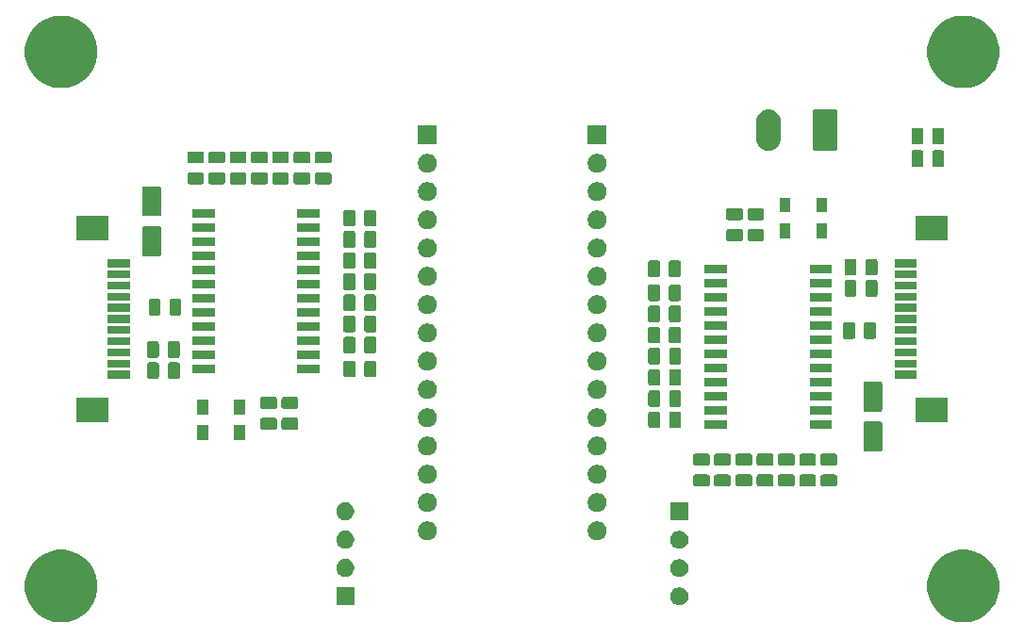
<source format=gbr>
G04 #@! TF.GenerationSoftware,KiCad,Pcbnew,(5.1.4)-1*
G04 #@! TF.CreationDate,2019-11-21T21:18:29+01:00*
G04 #@! TF.ProjectId,asserv_brushless,61737365-7276-45f6-9272-7573686c6573,rev?*
G04 #@! TF.SameCoordinates,Original*
G04 #@! TF.FileFunction,Soldermask,Top*
G04 #@! TF.FilePolarity,Negative*
%FSLAX46Y46*%
G04 Gerber Fmt 4.6, Leading zero omitted, Abs format (unit mm)*
G04 Created by KiCad (PCBNEW (5.1.4)-1) date 2019-11-21 21:18:29*
%MOMM*%
%LPD*%
G04 APERTURE LIST*
%ADD10C,0.100000*%
G04 APERTURE END LIST*
D10*
G36*
X135134239Y-98311467D02*
G01*
X135448282Y-98373934D01*
X136039926Y-98619001D01*
X136572392Y-98974784D01*
X137025216Y-99427608D01*
X137380999Y-99960074D01*
X137626066Y-100551718D01*
X137751000Y-101179804D01*
X137751000Y-101820196D01*
X137626066Y-102448282D01*
X137380999Y-103039926D01*
X137025216Y-103572392D01*
X136572392Y-104025216D01*
X136039926Y-104380999D01*
X135448282Y-104626066D01*
X135134239Y-104688533D01*
X134820197Y-104751000D01*
X134179803Y-104751000D01*
X133865761Y-104688533D01*
X133551718Y-104626066D01*
X132960074Y-104380999D01*
X132427608Y-104025216D01*
X131974784Y-103572392D01*
X131619001Y-103039926D01*
X131373934Y-102448282D01*
X131249000Y-101820196D01*
X131249000Y-101179804D01*
X131373934Y-100551718D01*
X131619001Y-99960074D01*
X131974784Y-99427608D01*
X132427608Y-98974784D01*
X132960074Y-98619001D01*
X133551718Y-98373934D01*
X133865761Y-98311467D01*
X134179803Y-98249000D01*
X134820197Y-98249000D01*
X135134239Y-98311467D01*
X135134239Y-98311467D01*
G37*
G36*
X54134239Y-98311467D02*
G01*
X54448282Y-98373934D01*
X55039926Y-98619001D01*
X55572392Y-98974784D01*
X56025216Y-99427608D01*
X56380999Y-99960074D01*
X56626066Y-100551718D01*
X56751000Y-101179804D01*
X56751000Y-101820196D01*
X56626066Y-102448282D01*
X56380999Y-103039926D01*
X56025216Y-103572392D01*
X55572392Y-104025216D01*
X55039926Y-104380999D01*
X54448282Y-104626066D01*
X54134239Y-104688533D01*
X53820197Y-104751000D01*
X53179803Y-104751000D01*
X52865761Y-104688533D01*
X52551718Y-104626066D01*
X51960074Y-104380999D01*
X51427608Y-104025216D01*
X50974784Y-103572392D01*
X50619001Y-103039926D01*
X50373934Y-102448282D01*
X50249000Y-101820196D01*
X50249000Y-101179804D01*
X50373934Y-100551718D01*
X50619001Y-99960074D01*
X50974784Y-99427608D01*
X51427608Y-98974784D01*
X51960074Y-98619001D01*
X52551718Y-98373934D01*
X52865761Y-98311467D01*
X53179803Y-98249000D01*
X53820197Y-98249000D01*
X54134239Y-98311467D01*
X54134239Y-98311467D01*
G37*
G36*
X109234810Y-101645935D02*
G01*
X109381309Y-101706617D01*
X109381310Y-101706618D01*
X109513158Y-101794716D01*
X109625284Y-101906842D01*
X109625285Y-101906844D01*
X109713383Y-102038691D01*
X109774065Y-102185190D01*
X109805000Y-102340713D01*
X109805000Y-102499287D01*
X109774065Y-102654810D01*
X109713383Y-102801309D01*
X109713382Y-102801310D01*
X109625284Y-102933158D01*
X109513158Y-103045284D01*
X109446785Y-103089633D01*
X109381309Y-103133383D01*
X109234810Y-103194065D01*
X109079287Y-103225000D01*
X108920713Y-103225000D01*
X108765190Y-103194065D01*
X108618691Y-103133383D01*
X108553215Y-103089633D01*
X108486842Y-103045284D01*
X108374716Y-102933158D01*
X108286618Y-102801310D01*
X108286617Y-102801309D01*
X108225935Y-102654810D01*
X108195000Y-102499287D01*
X108195000Y-102340713D01*
X108225935Y-102185190D01*
X108286617Y-102038691D01*
X108374715Y-101906844D01*
X108374716Y-101906842D01*
X108486842Y-101794716D01*
X108618690Y-101706618D01*
X108618691Y-101706617D01*
X108765190Y-101645935D01*
X108920713Y-101615000D01*
X109079287Y-101615000D01*
X109234810Y-101645935D01*
X109234810Y-101645935D01*
G37*
G36*
X79805000Y-103205000D02*
G01*
X78195000Y-103205000D01*
X78195000Y-101595000D01*
X79805000Y-101595000D01*
X79805000Y-103205000D01*
X79805000Y-103205000D01*
G37*
G36*
X109234810Y-99105935D02*
G01*
X109381309Y-99166617D01*
X109381310Y-99166618D01*
X109513158Y-99254716D01*
X109625284Y-99366842D01*
X109625285Y-99366844D01*
X109713383Y-99498691D01*
X109774065Y-99645190D01*
X109805000Y-99800713D01*
X109805000Y-99959287D01*
X109774065Y-100114810D01*
X109713383Y-100261309D01*
X109713382Y-100261310D01*
X109625284Y-100393158D01*
X109513158Y-100505284D01*
X109446785Y-100549633D01*
X109381309Y-100593383D01*
X109234810Y-100654065D01*
X109079287Y-100685000D01*
X108920713Y-100685000D01*
X108765190Y-100654065D01*
X108618691Y-100593383D01*
X108553215Y-100549633D01*
X108486842Y-100505284D01*
X108374716Y-100393158D01*
X108286618Y-100261310D01*
X108286617Y-100261309D01*
X108225935Y-100114810D01*
X108195000Y-99959287D01*
X108195000Y-99800713D01*
X108225935Y-99645190D01*
X108286617Y-99498691D01*
X108374715Y-99366844D01*
X108374716Y-99366842D01*
X108486842Y-99254716D01*
X108618690Y-99166618D01*
X108618691Y-99166617D01*
X108765190Y-99105935D01*
X108920713Y-99075000D01*
X109079287Y-99075000D01*
X109234810Y-99105935D01*
X109234810Y-99105935D01*
G37*
G36*
X79234810Y-99085935D02*
G01*
X79381309Y-99146617D01*
X79381310Y-99146618D01*
X79513158Y-99234716D01*
X79625284Y-99346842D01*
X79638649Y-99366844D01*
X79713383Y-99478691D01*
X79774065Y-99625190D01*
X79805000Y-99780713D01*
X79805000Y-99939287D01*
X79774065Y-100094810D01*
X79713383Y-100241309D01*
X79669633Y-100306785D01*
X79625284Y-100373158D01*
X79513158Y-100485284D01*
X79483226Y-100505284D01*
X79381309Y-100573383D01*
X79234810Y-100634065D01*
X79079287Y-100665000D01*
X78920713Y-100665000D01*
X78765190Y-100634065D01*
X78618691Y-100573383D01*
X78516774Y-100505284D01*
X78486842Y-100485284D01*
X78374716Y-100373158D01*
X78330367Y-100306785D01*
X78286617Y-100241309D01*
X78225935Y-100094810D01*
X78195000Y-99939287D01*
X78195000Y-99780713D01*
X78225935Y-99625190D01*
X78286617Y-99478691D01*
X78361351Y-99366844D01*
X78374716Y-99346842D01*
X78486842Y-99234716D01*
X78618690Y-99146618D01*
X78618691Y-99146617D01*
X78765190Y-99085935D01*
X78920713Y-99055000D01*
X79079287Y-99055000D01*
X79234810Y-99085935D01*
X79234810Y-99085935D01*
G37*
G36*
X109234810Y-96565935D02*
G01*
X109381309Y-96626617D01*
X109381310Y-96626618D01*
X109513158Y-96714716D01*
X109625284Y-96826842D01*
X109625285Y-96826844D01*
X109713383Y-96958691D01*
X109774065Y-97105190D01*
X109805000Y-97260713D01*
X109805000Y-97419287D01*
X109774065Y-97574810D01*
X109713383Y-97721309D01*
X109713382Y-97721310D01*
X109625284Y-97853158D01*
X109513158Y-97965284D01*
X109446785Y-98009633D01*
X109381309Y-98053383D01*
X109234810Y-98114065D01*
X109079287Y-98145000D01*
X108920713Y-98145000D01*
X108765190Y-98114065D01*
X108618691Y-98053383D01*
X108553215Y-98009633D01*
X108486842Y-97965284D01*
X108374716Y-97853158D01*
X108286618Y-97721310D01*
X108286617Y-97721309D01*
X108225935Y-97574810D01*
X108195000Y-97419287D01*
X108195000Y-97260713D01*
X108225935Y-97105190D01*
X108286617Y-96958691D01*
X108374715Y-96826844D01*
X108374716Y-96826842D01*
X108486842Y-96714716D01*
X108618690Y-96626618D01*
X108618691Y-96626617D01*
X108765190Y-96565935D01*
X108920713Y-96535000D01*
X109079287Y-96535000D01*
X109234810Y-96565935D01*
X109234810Y-96565935D01*
G37*
G36*
X79234810Y-96545935D02*
G01*
X79381309Y-96606617D01*
X79381310Y-96606618D01*
X79513158Y-96694716D01*
X79625284Y-96806842D01*
X79638649Y-96826844D01*
X79713383Y-96938691D01*
X79774065Y-97085190D01*
X79805000Y-97240713D01*
X79805000Y-97399287D01*
X79774065Y-97554810D01*
X79713383Y-97701309D01*
X79669633Y-97766785D01*
X79625284Y-97833158D01*
X79513158Y-97945284D01*
X79483226Y-97965284D01*
X79381309Y-98033383D01*
X79234810Y-98094065D01*
X79079287Y-98125000D01*
X78920713Y-98125000D01*
X78765190Y-98094065D01*
X78618691Y-98033383D01*
X78516774Y-97965284D01*
X78486842Y-97945284D01*
X78374716Y-97833158D01*
X78330367Y-97766785D01*
X78286617Y-97701309D01*
X78225935Y-97554810D01*
X78195000Y-97399287D01*
X78195000Y-97240713D01*
X78225935Y-97085190D01*
X78286617Y-96938691D01*
X78361351Y-96826844D01*
X78374716Y-96806842D01*
X78486842Y-96694716D01*
X78618690Y-96606618D01*
X78618691Y-96606617D01*
X78765190Y-96545935D01*
X78920713Y-96515000D01*
X79079287Y-96515000D01*
X79234810Y-96545935D01*
X79234810Y-96545935D01*
G37*
G36*
X86628228Y-95711703D02*
G01*
X86783100Y-95775853D01*
X86922481Y-95868985D01*
X87041015Y-95987519D01*
X87134147Y-96126900D01*
X87198297Y-96281772D01*
X87231000Y-96446184D01*
X87231000Y-96613816D01*
X87198297Y-96778228D01*
X87134147Y-96933100D01*
X87041015Y-97072481D01*
X86922481Y-97191015D01*
X86783100Y-97284147D01*
X86628228Y-97348297D01*
X86463816Y-97381000D01*
X86296184Y-97381000D01*
X86131772Y-97348297D01*
X85976900Y-97284147D01*
X85837519Y-97191015D01*
X85718985Y-97072481D01*
X85625853Y-96933100D01*
X85561703Y-96778228D01*
X85529000Y-96613816D01*
X85529000Y-96446184D01*
X85561703Y-96281772D01*
X85625853Y-96126900D01*
X85718985Y-95987519D01*
X85837519Y-95868985D01*
X85976900Y-95775853D01*
X86131772Y-95711703D01*
X86296184Y-95679000D01*
X86463816Y-95679000D01*
X86628228Y-95711703D01*
X86628228Y-95711703D01*
G37*
G36*
X101868228Y-95711703D02*
G01*
X102023100Y-95775853D01*
X102162481Y-95868985D01*
X102281015Y-95987519D01*
X102374147Y-96126900D01*
X102438297Y-96281772D01*
X102471000Y-96446184D01*
X102471000Y-96613816D01*
X102438297Y-96778228D01*
X102374147Y-96933100D01*
X102281015Y-97072481D01*
X102162481Y-97191015D01*
X102023100Y-97284147D01*
X101868228Y-97348297D01*
X101703816Y-97381000D01*
X101536184Y-97381000D01*
X101371772Y-97348297D01*
X101216900Y-97284147D01*
X101077519Y-97191015D01*
X100958985Y-97072481D01*
X100865853Y-96933100D01*
X100801703Y-96778228D01*
X100769000Y-96613816D01*
X100769000Y-96446184D01*
X100801703Y-96281772D01*
X100865853Y-96126900D01*
X100958985Y-95987519D01*
X101077519Y-95868985D01*
X101216900Y-95775853D01*
X101371772Y-95711703D01*
X101536184Y-95679000D01*
X101703816Y-95679000D01*
X101868228Y-95711703D01*
X101868228Y-95711703D01*
G37*
G36*
X109805000Y-95605000D02*
G01*
X108195000Y-95605000D01*
X108195000Y-93995000D01*
X109805000Y-93995000D01*
X109805000Y-95605000D01*
X109805000Y-95605000D01*
G37*
G36*
X79234810Y-94005935D02*
G01*
X79381309Y-94066617D01*
X79381310Y-94066618D01*
X79513158Y-94154716D01*
X79625284Y-94266842D01*
X79625285Y-94266844D01*
X79713383Y-94398691D01*
X79774065Y-94545190D01*
X79805000Y-94700713D01*
X79805000Y-94859287D01*
X79774065Y-95014810D01*
X79713383Y-95161309D01*
X79713382Y-95161310D01*
X79625284Y-95293158D01*
X79513158Y-95405284D01*
X79446785Y-95449633D01*
X79381309Y-95493383D01*
X79234810Y-95554065D01*
X79079287Y-95585000D01*
X78920713Y-95585000D01*
X78765190Y-95554065D01*
X78618691Y-95493383D01*
X78553215Y-95449633D01*
X78486842Y-95405284D01*
X78374716Y-95293158D01*
X78286618Y-95161310D01*
X78286617Y-95161309D01*
X78225935Y-95014810D01*
X78195000Y-94859287D01*
X78195000Y-94700713D01*
X78225935Y-94545190D01*
X78286617Y-94398691D01*
X78374715Y-94266844D01*
X78374716Y-94266842D01*
X78486842Y-94154716D01*
X78618690Y-94066618D01*
X78618691Y-94066617D01*
X78765190Y-94005935D01*
X78920713Y-93975000D01*
X79079287Y-93975000D01*
X79234810Y-94005935D01*
X79234810Y-94005935D01*
G37*
G36*
X86628228Y-93171703D02*
G01*
X86783100Y-93235853D01*
X86922481Y-93328985D01*
X87041015Y-93447519D01*
X87134147Y-93586900D01*
X87198297Y-93741772D01*
X87231000Y-93906184D01*
X87231000Y-94073816D01*
X87198297Y-94238228D01*
X87134147Y-94393100D01*
X87041015Y-94532481D01*
X86922481Y-94651015D01*
X86783100Y-94744147D01*
X86628228Y-94808297D01*
X86463816Y-94841000D01*
X86296184Y-94841000D01*
X86131772Y-94808297D01*
X85976900Y-94744147D01*
X85837519Y-94651015D01*
X85718985Y-94532481D01*
X85625853Y-94393100D01*
X85561703Y-94238228D01*
X85529000Y-94073816D01*
X85529000Y-93906184D01*
X85561703Y-93741772D01*
X85625853Y-93586900D01*
X85718985Y-93447519D01*
X85837519Y-93328985D01*
X85976900Y-93235853D01*
X86131772Y-93171703D01*
X86296184Y-93139000D01*
X86463816Y-93139000D01*
X86628228Y-93171703D01*
X86628228Y-93171703D01*
G37*
G36*
X101868228Y-93171703D02*
G01*
X102023100Y-93235853D01*
X102162481Y-93328985D01*
X102281015Y-93447519D01*
X102374147Y-93586900D01*
X102438297Y-93741772D01*
X102471000Y-93906184D01*
X102471000Y-94073816D01*
X102438297Y-94238228D01*
X102374147Y-94393100D01*
X102281015Y-94532481D01*
X102162481Y-94651015D01*
X102023100Y-94744147D01*
X101868228Y-94808297D01*
X101703816Y-94841000D01*
X101536184Y-94841000D01*
X101371772Y-94808297D01*
X101216900Y-94744147D01*
X101077519Y-94651015D01*
X100958985Y-94532481D01*
X100865853Y-94393100D01*
X100801703Y-94238228D01*
X100769000Y-94073816D01*
X100769000Y-93906184D01*
X100801703Y-93741772D01*
X100865853Y-93586900D01*
X100958985Y-93447519D01*
X101077519Y-93328985D01*
X101216900Y-93235853D01*
X101371772Y-93171703D01*
X101536184Y-93139000D01*
X101703816Y-93139000D01*
X101868228Y-93171703D01*
X101868228Y-93171703D01*
G37*
G36*
X123009468Y-91478565D02*
G01*
X123048138Y-91490296D01*
X123083777Y-91509346D01*
X123115017Y-91534983D01*
X123140654Y-91566223D01*
X123159704Y-91601862D01*
X123171435Y-91640532D01*
X123176000Y-91686888D01*
X123176000Y-92338112D01*
X123171435Y-92384468D01*
X123159704Y-92423138D01*
X123140654Y-92458777D01*
X123115017Y-92490017D01*
X123083777Y-92515654D01*
X123048138Y-92534704D01*
X123009468Y-92546435D01*
X122963112Y-92551000D01*
X121886888Y-92551000D01*
X121840532Y-92546435D01*
X121801862Y-92534704D01*
X121766223Y-92515654D01*
X121734983Y-92490017D01*
X121709346Y-92458777D01*
X121690296Y-92423138D01*
X121678565Y-92384468D01*
X121674000Y-92338112D01*
X121674000Y-91686888D01*
X121678565Y-91640532D01*
X121690296Y-91601862D01*
X121709346Y-91566223D01*
X121734983Y-91534983D01*
X121766223Y-91509346D01*
X121801862Y-91490296D01*
X121840532Y-91478565D01*
X121886888Y-91474000D01*
X122963112Y-91474000D01*
X123009468Y-91478565D01*
X123009468Y-91478565D01*
G37*
G36*
X121109468Y-91478565D02*
G01*
X121148138Y-91490296D01*
X121183777Y-91509346D01*
X121215017Y-91534983D01*
X121240654Y-91566223D01*
X121259704Y-91601862D01*
X121271435Y-91640532D01*
X121276000Y-91686888D01*
X121276000Y-92338112D01*
X121271435Y-92384468D01*
X121259704Y-92423138D01*
X121240654Y-92458777D01*
X121215017Y-92490017D01*
X121183777Y-92515654D01*
X121148138Y-92534704D01*
X121109468Y-92546435D01*
X121063112Y-92551000D01*
X119986888Y-92551000D01*
X119940532Y-92546435D01*
X119901862Y-92534704D01*
X119866223Y-92515654D01*
X119834983Y-92490017D01*
X119809346Y-92458777D01*
X119790296Y-92423138D01*
X119778565Y-92384468D01*
X119774000Y-92338112D01*
X119774000Y-91686888D01*
X119778565Y-91640532D01*
X119790296Y-91601862D01*
X119809346Y-91566223D01*
X119834983Y-91534983D01*
X119866223Y-91509346D01*
X119901862Y-91490296D01*
X119940532Y-91478565D01*
X119986888Y-91474000D01*
X121063112Y-91474000D01*
X121109468Y-91478565D01*
X121109468Y-91478565D01*
G37*
G36*
X113459468Y-91478565D02*
G01*
X113498138Y-91490296D01*
X113533777Y-91509346D01*
X113565017Y-91534983D01*
X113590654Y-91566223D01*
X113609704Y-91601862D01*
X113621435Y-91640532D01*
X113626000Y-91686888D01*
X113626000Y-92338112D01*
X113621435Y-92384468D01*
X113609704Y-92423138D01*
X113590654Y-92458777D01*
X113565017Y-92490017D01*
X113533777Y-92515654D01*
X113498138Y-92534704D01*
X113459468Y-92546435D01*
X113413112Y-92551000D01*
X112336888Y-92551000D01*
X112290532Y-92546435D01*
X112251862Y-92534704D01*
X112216223Y-92515654D01*
X112184983Y-92490017D01*
X112159346Y-92458777D01*
X112140296Y-92423138D01*
X112128565Y-92384468D01*
X112124000Y-92338112D01*
X112124000Y-91686888D01*
X112128565Y-91640532D01*
X112140296Y-91601862D01*
X112159346Y-91566223D01*
X112184983Y-91534983D01*
X112216223Y-91509346D01*
X112251862Y-91490296D01*
X112290532Y-91478565D01*
X112336888Y-91474000D01*
X113413112Y-91474000D01*
X113459468Y-91478565D01*
X113459468Y-91478565D01*
G37*
G36*
X111559468Y-91478565D02*
G01*
X111598138Y-91490296D01*
X111633777Y-91509346D01*
X111665017Y-91534983D01*
X111690654Y-91566223D01*
X111709704Y-91601862D01*
X111721435Y-91640532D01*
X111726000Y-91686888D01*
X111726000Y-92338112D01*
X111721435Y-92384468D01*
X111709704Y-92423138D01*
X111690654Y-92458777D01*
X111665017Y-92490017D01*
X111633777Y-92515654D01*
X111598138Y-92534704D01*
X111559468Y-92546435D01*
X111513112Y-92551000D01*
X110436888Y-92551000D01*
X110390532Y-92546435D01*
X110351862Y-92534704D01*
X110316223Y-92515654D01*
X110284983Y-92490017D01*
X110259346Y-92458777D01*
X110240296Y-92423138D01*
X110228565Y-92384468D01*
X110224000Y-92338112D01*
X110224000Y-91686888D01*
X110228565Y-91640532D01*
X110240296Y-91601862D01*
X110259346Y-91566223D01*
X110284983Y-91534983D01*
X110316223Y-91509346D01*
X110351862Y-91490296D01*
X110390532Y-91478565D01*
X110436888Y-91474000D01*
X111513112Y-91474000D01*
X111559468Y-91478565D01*
X111559468Y-91478565D01*
G37*
G36*
X115383068Y-91469765D02*
G01*
X115421738Y-91481496D01*
X115457377Y-91500546D01*
X115488617Y-91526183D01*
X115514254Y-91557423D01*
X115533304Y-91593062D01*
X115545035Y-91631732D01*
X115549600Y-91678088D01*
X115549600Y-92329312D01*
X115545035Y-92375668D01*
X115533304Y-92414338D01*
X115514254Y-92449977D01*
X115488617Y-92481217D01*
X115457377Y-92506854D01*
X115421738Y-92525904D01*
X115383068Y-92537635D01*
X115336712Y-92542200D01*
X114260488Y-92542200D01*
X114214132Y-92537635D01*
X114175462Y-92525904D01*
X114139823Y-92506854D01*
X114108583Y-92481217D01*
X114082946Y-92449977D01*
X114063896Y-92414338D01*
X114052165Y-92375668D01*
X114047600Y-92329312D01*
X114047600Y-91678088D01*
X114052165Y-91631732D01*
X114063896Y-91593062D01*
X114082946Y-91557423D01*
X114108583Y-91526183D01*
X114139823Y-91500546D01*
X114175462Y-91481496D01*
X114214132Y-91469765D01*
X114260488Y-91465200D01*
X115336712Y-91465200D01*
X115383068Y-91469765D01*
X115383068Y-91469765D01*
G37*
G36*
X119193068Y-91469765D02*
G01*
X119231738Y-91481496D01*
X119267377Y-91500546D01*
X119298617Y-91526183D01*
X119324254Y-91557423D01*
X119343304Y-91593062D01*
X119355035Y-91631732D01*
X119359600Y-91678088D01*
X119359600Y-92329312D01*
X119355035Y-92375668D01*
X119343304Y-92414338D01*
X119324254Y-92449977D01*
X119298617Y-92481217D01*
X119267377Y-92506854D01*
X119231738Y-92525904D01*
X119193068Y-92537635D01*
X119146712Y-92542200D01*
X118070488Y-92542200D01*
X118024132Y-92537635D01*
X117985462Y-92525904D01*
X117949823Y-92506854D01*
X117918583Y-92481217D01*
X117892946Y-92449977D01*
X117873896Y-92414338D01*
X117862165Y-92375668D01*
X117857600Y-92329312D01*
X117857600Y-91678088D01*
X117862165Y-91631732D01*
X117873896Y-91593062D01*
X117892946Y-91557423D01*
X117918583Y-91526183D01*
X117949823Y-91500546D01*
X117985462Y-91481496D01*
X118024132Y-91469765D01*
X118070488Y-91465200D01*
X119146712Y-91465200D01*
X119193068Y-91469765D01*
X119193068Y-91469765D01*
G37*
G36*
X117288068Y-91469765D02*
G01*
X117326738Y-91481496D01*
X117362377Y-91500546D01*
X117393617Y-91526183D01*
X117419254Y-91557423D01*
X117438304Y-91593062D01*
X117450035Y-91631732D01*
X117454600Y-91678088D01*
X117454600Y-92329312D01*
X117450035Y-92375668D01*
X117438304Y-92414338D01*
X117419254Y-92449977D01*
X117393617Y-92481217D01*
X117362377Y-92506854D01*
X117326738Y-92525904D01*
X117288068Y-92537635D01*
X117241712Y-92542200D01*
X116165488Y-92542200D01*
X116119132Y-92537635D01*
X116080462Y-92525904D01*
X116044823Y-92506854D01*
X116013583Y-92481217D01*
X115987946Y-92449977D01*
X115968896Y-92414338D01*
X115957165Y-92375668D01*
X115952600Y-92329312D01*
X115952600Y-91678088D01*
X115957165Y-91631732D01*
X115968896Y-91593062D01*
X115987946Y-91557423D01*
X116013583Y-91526183D01*
X116044823Y-91500546D01*
X116080462Y-91481496D01*
X116119132Y-91469765D01*
X116165488Y-91465200D01*
X117241712Y-91465200D01*
X117288068Y-91469765D01*
X117288068Y-91469765D01*
G37*
G36*
X86628228Y-90631703D02*
G01*
X86783100Y-90695853D01*
X86922481Y-90788985D01*
X87041015Y-90907519D01*
X87134147Y-91046900D01*
X87198297Y-91201772D01*
X87231000Y-91366184D01*
X87231000Y-91533816D01*
X87198297Y-91698228D01*
X87134147Y-91853100D01*
X87041015Y-91992481D01*
X86922481Y-92111015D01*
X86783100Y-92204147D01*
X86628228Y-92268297D01*
X86463816Y-92301000D01*
X86296184Y-92301000D01*
X86131772Y-92268297D01*
X85976900Y-92204147D01*
X85837519Y-92111015D01*
X85718985Y-91992481D01*
X85625853Y-91853100D01*
X85561703Y-91698228D01*
X85529000Y-91533816D01*
X85529000Y-91366184D01*
X85561703Y-91201772D01*
X85625853Y-91046900D01*
X85718985Y-90907519D01*
X85837519Y-90788985D01*
X85976900Y-90695853D01*
X86131772Y-90631703D01*
X86296184Y-90599000D01*
X86463816Y-90599000D01*
X86628228Y-90631703D01*
X86628228Y-90631703D01*
G37*
G36*
X101868228Y-90631703D02*
G01*
X102023100Y-90695853D01*
X102162481Y-90788985D01*
X102281015Y-90907519D01*
X102374147Y-91046900D01*
X102438297Y-91201772D01*
X102471000Y-91366184D01*
X102471000Y-91533816D01*
X102438297Y-91698228D01*
X102374147Y-91853100D01*
X102281015Y-91992481D01*
X102162481Y-92111015D01*
X102023100Y-92204147D01*
X101868228Y-92268297D01*
X101703816Y-92301000D01*
X101536184Y-92301000D01*
X101371772Y-92268297D01*
X101216900Y-92204147D01*
X101077519Y-92111015D01*
X100958985Y-91992481D01*
X100865853Y-91853100D01*
X100801703Y-91698228D01*
X100769000Y-91533816D01*
X100769000Y-91366184D01*
X100801703Y-91201772D01*
X100865853Y-91046900D01*
X100958985Y-90907519D01*
X101077519Y-90788985D01*
X101216900Y-90695853D01*
X101371772Y-90631703D01*
X101536184Y-90599000D01*
X101703816Y-90599000D01*
X101868228Y-90631703D01*
X101868228Y-90631703D01*
G37*
G36*
X111559468Y-89603565D02*
G01*
X111598138Y-89615296D01*
X111633777Y-89634346D01*
X111665017Y-89659983D01*
X111690654Y-89691223D01*
X111709704Y-89726862D01*
X111721435Y-89765532D01*
X111726000Y-89811888D01*
X111726000Y-90463112D01*
X111721435Y-90509468D01*
X111709704Y-90548138D01*
X111690654Y-90583777D01*
X111665017Y-90615017D01*
X111633777Y-90640654D01*
X111598138Y-90659704D01*
X111559468Y-90671435D01*
X111513112Y-90676000D01*
X110436888Y-90676000D01*
X110390532Y-90671435D01*
X110351862Y-90659704D01*
X110316223Y-90640654D01*
X110284983Y-90615017D01*
X110259346Y-90583777D01*
X110240296Y-90548138D01*
X110228565Y-90509468D01*
X110224000Y-90463112D01*
X110224000Y-89811888D01*
X110228565Y-89765532D01*
X110240296Y-89726862D01*
X110259346Y-89691223D01*
X110284983Y-89659983D01*
X110316223Y-89634346D01*
X110351862Y-89615296D01*
X110390532Y-89603565D01*
X110436888Y-89599000D01*
X111513112Y-89599000D01*
X111559468Y-89603565D01*
X111559468Y-89603565D01*
G37*
G36*
X113459468Y-89603565D02*
G01*
X113498138Y-89615296D01*
X113533777Y-89634346D01*
X113565017Y-89659983D01*
X113590654Y-89691223D01*
X113609704Y-89726862D01*
X113621435Y-89765532D01*
X113626000Y-89811888D01*
X113626000Y-90463112D01*
X113621435Y-90509468D01*
X113609704Y-90548138D01*
X113590654Y-90583777D01*
X113565017Y-90615017D01*
X113533777Y-90640654D01*
X113498138Y-90659704D01*
X113459468Y-90671435D01*
X113413112Y-90676000D01*
X112336888Y-90676000D01*
X112290532Y-90671435D01*
X112251862Y-90659704D01*
X112216223Y-90640654D01*
X112184983Y-90615017D01*
X112159346Y-90583777D01*
X112140296Y-90548138D01*
X112128565Y-90509468D01*
X112124000Y-90463112D01*
X112124000Y-89811888D01*
X112128565Y-89765532D01*
X112140296Y-89726862D01*
X112159346Y-89691223D01*
X112184983Y-89659983D01*
X112216223Y-89634346D01*
X112251862Y-89615296D01*
X112290532Y-89603565D01*
X112336888Y-89599000D01*
X113413112Y-89599000D01*
X113459468Y-89603565D01*
X113459468Y-89603565D01*
G37*
G36*
X121109468Y-89603565D02*
G01*
X121148138Y-89615296D01*
X121183777Y-89634346D01*
X121215017Y-89659983D01*
X121240654Y-89691223D01*
X121259704Y-89726862D01*
X121271435Y-89765532D01*
X121276000Y-89811888D01*
X121276000Y-90463112D01*
X121271435Y-90509468D01*
X121259704Y-90548138D01*
X121240654Y-90583777D01*
X121215017Y-90615017D01*
X121183777Y-90640654D01*
X121148138Y-90659704D01*
X121109468Y-90671435D01*
X121063112Y-90676000D01*
X119986888Y-90676000D01*
X119940532Y-90671435D01*
X119901862Y-90659704D01*
X119866223Y-90640654D01*
X119834983Y-90615017D01*
X119809346Y-90583777D01*
X119790296Y-90548138D01*
X119778565Y-90509468D01*
X119774000Y-90463112D01*
X119774000Y-89811888D01*
X119778565Y-89765532D01*
X119790296Y-89726862D01*
X119809346Y-89691223D01*
X119834983Y-89659983D01*
X119866223Y-89634346D01*
X119901862Y-89615296D01*
X119940532Y-89603565D01*
X119986888Y-89599000D01*
X121063112Y-89599000D01*
X121109468Y-89603565D01*
X121109468Y-89603565D01*
G37*
G36*
X123009468Y-89603565D02*
G01*
X123048138Y-89615296D01*
X123083777Y-89634346D01*
X123115017Y-89659983D01*
X123140654Y-89691223D01*
X123159704Y-89726862D01*
X123171435Y-89765532D01*
X123176000Y-89811888D01*
X123176000Y-90463112D01*
X123171435Y-90509468D01*
X123159704Y-90548138D01*
X123140654Y-90583777D01*
X123115017Y-90615017D01*
X123083777Y-90640654D01*
X123048138Y-90659704D01*
X123009468Y-90671435D01*
X122963112Y-90676000D01*
X121886888Y-90676000D01*
X121840532Y-90671435D01*
X121801862Y-90659704D01*
X121766223Y-90640654D01*
X121734983Y-90615017D01*
X121709346Y-90583777D01*
X121690296Y-90548138D01*
X121678565Y-90509468D01*
X121674000Y-90463112D01*
X121674000Y-89811888D01*
X121678565Y-89765532D01*
X121690296Y-89726862D01*
X121709346Y-89691223D01*
X121734983Y-89659983D01*
X121766223Y-89634346D01*
X121801862Y-89615296D01*
X121840532Y-89603565D01*
X121886888Y-89599000D01*
X122963112Y-89599000D01*
X123009468Y-89603565D01*
X123009468Y-89603565D01*
G37*
G36*
X119193068Y-89594765D02*
G01*
X119231738Y-89606496D01*
X119267377Y-89625546D01*
X119298617Y-89651183D01*
X119324254Y-89682423D01*
X119343304Y-89718062D01*
X119355035Y-89756732D01*
X119359600Y-89803088D01*
X119359600Y-90454312D01*
X119355035Y-90500668D01*
X119343304Y-90539338D01*
X119324254Y-90574977D01*
X119298617Y-90606217D01*
X119267377Y-90631854D01*
X119231738Y-90650904D01*
X119193068Y-90662635D01*
X119146712Y-90667200D01*
X118070488Y-90667200D01*
X118024132Y-90662635D01*
X117985462Y-90650904D01*
X117949823Y-90631854D01*
X117918583Y-90606217D01*
X117892946Y-90574977D01*
X117873896Y-90539338D01*
X117862165Y-90500668D01*
X117857600Y-90454312D01*
X117857600Y-89803088D01*
X117862165Y-89756732D01*
X117873896Y-89718062D01*
X117892946Y-89682423D01*
X117918583Y-89651183D01*
X117949823Y-89625546D01*
X117985462Y-89606496D01*
X118024132Y-89594765D01*
X118070488Y-89590200D01*
X119146712Y-89590200D01*
X119193068Y-89594765D01*
X119193068Y-89594765D01*
G37*
G36*
X117288068Y-89594765D02*
G01*
X117326738Y-89606496D01*
X117362377Y-89625546D01*
X117393617Y-89651183D01*
X117419254Y-89682423D01*
X117438304Y-89718062D01*
X117450035Y-89756732D01*
X117454600Y-89803088D01*
X117454600Y-90454312D01*
X117450035Y-90500668D01*
X117438304Y-90539338D01*
X117419254Y-90574977D01*
X117393617Y-90606217D01*
X117362377Y-90631854D01*
X117326738Y-90650904D01*
X117288068Y-90662635D01*
X117241712Y-90667200D01*
X116165488Y-90667200D01*
X116119132Y-90662635D01*
X116080462Y-90650904D01*
X116044823Y-90631854D01*
X116013583Y-90606217D01*
X115987946Y-90574977D01*
X115968896Y-90539338D01*
X115957165Y-90500668D01*
X115952600Y-90454312D01*
X115952600Y-89803088D01*
X115957165Y-89756732D01*
X115968896Y-89718062D01*
X115987946Y-89682423D01*
X116013583Y-89651183D01*
X116044823Y-89625546D01*
X116080462Y-89606496D01*
X116119132Y-89594765D01*
X116165488Y-89590200D01*
X117241712Y-89590200D01*
X117288068Y-89594765D01*
X117288068Y-89594765D01*
G37*
G36*
X115383068Y-89594765D02*
G01*
X115421738Y-89606496D01*
X115457377Y-89625546D01*
X115488617Y-89651183D01*
X115514254Y-89682423D01*
X115533304Y-89718062D01*
X115545035Y-89756732D01*
X115549600Y-89803088D01*
X115549600Y-90454312D01*
X115545035Y-90500668D01*
X115533304Y-90539338D01*
X115514254Y-90574977D01*
X115488617Y-90606217D01*
X115457377Y-90631854D01*
X115421738Y-90650904D01*
X115383068Y-90662635D01*
X115336712Y-90667200D01*
X114260488Y-90667200D01*
X114214132Y-90662635D01*
X114175462Y-90650904D01*
X114139823Y-90631854D01*
X114108583Y-90606217D01*
X114082946Y-90574977D01*
X114063896Y-90539338D01*
X114052165Y-90500668D01*
X114047600Y-90454312D01*
X114047600Y-89803088D01*
X114052165Y-89756732D01*
X114063896Y-89718062D01*
X114082946Y-89682423D01*
X114108583Y-89651183D01*
X114139823Y-89625546D01*
X114175462Y-89606496D01*
X114214132Y-89594765D01*
X114260488Y-89590200D01*
X115336712Y-89590200D01*
X115383068Y-89594765D01*
X115383068Y-89594765D01*
G37*
G36*
X101868228Y-88091703D02*
G01*
X102023100Y-88155853D01*
X102162481Y-88248985D01*
X102281015Y-88367519D01*
X102374147Y-88506900D01*
X102438297Y-88661772D01*
X102471000Y-88826184D01*
X102471000Y-88993816D01*
X102438297Y-89158228D01*
X102374147Y-89313100D01*
X102281015Y-89452481D01*
X102162481Y-89571015D01*
X102023100Y-89664147D01*
X101868228Y-89728297D01*
X101703816Y-89761000D01*
X101536184Y-89761000D01*
X101371772Y-89728297D01*
X101216900Y-89664147D01*
X101077519Y-89571015D01*
X100958985Y-89452481D01*
X100865853Y-89313100D01*
X100801703Y-89158228D01*
X100769000Y-88993816D01*
X100769000Y-88826184D01*
X100801703Y-88661772D01*
X100865853Y-88506900D01*
X100958985Y-88367519D01*
X101077519Y-88248985D01*
X101216900Y-88155853D01*
X101371772Y-88091703D01*
X101536184Y-88059000D01*
X101703816Y-88059000D01*
X101868228Y-88091703D01*
X101868228Y-88091703D01*
G37*
G36*
X86628228Y-88091703D02*
G01*
X86783100Y-88155853D01*
X86922481Y-88248985D01*
X87041015Y-88367519D01*
X87134147Y-88506900D01*
X87198297Y-88661772D01*
X87231000Y-88826184D01*
X87231000Y-88993816D01*
X87198297Y-89158228D01*
X87134147Y-89313100D01*
X87041015Y-89452481D01*
X86922481Y-89571015D01*
X86783100Y-89664147D01*
X86628228Y-89728297D01*
X86463816Y-89761000D01*
X86296184Y-89761000D01*
X86131772Y-89728297D01*
X85976900Y-89664147D01*
X85837519Y-89571015D01*
X85718985Y-89452481D01*
X85625853Y-89313100D01*
X85561703Y-89158228D01*
X85529000Y-88993816D01*
X85529000Y-88826184D01*
X85561703Y-88661772D01*
X85625853Y-88506900D01*
X85718985Y-88367519D01*
X85837519Y-88248985D01*
X85976900Y-88155853D01*
X86131772Y-88091703D01*
X86296184Y-88059000D01*
X86463816Y-88059000D01*
X86628228Y-88091703D01*
X86628228Y-88091703D01*
G37*
G36*
X127080997Y-86728051D02*
G01*
X127114652Y-86738261D01*
X127145665Y-86754838D01*
X127172851Y-86777149D01*
X127195162Y-86804335D01*
X127211739Y-86835348D01*
X127221949Y-86869003D01*
X127226000Y-86910138D01*
X127226000Y-89239862D01*
X127221949Y-89280997D01*
X127211739Y-89314652D01*
X127195162Y-89345665D01*
X127172851Y-89372851D01*
X127145665Y-89395162D01*
X127114652Y-89411739D01*
X127080997Y-89421949D01*
X127039862Y-89426000D01*
X125710138Y-89426000D01*
X125669003Y-89421949D01*
X125635348Y-89411739D01*
X125604335Y-89395162D01*
X125577149Y-89372851D01*
X125554838Y-89345665D01*
X125538261Y-89314652D01*
X125528051Y-89280997D01*
X125524000Y-89239862D01*
X125524000Y-86910138D01*
X125528051Y-86869003D01*
X125538261Y-86835348D01*
X125554838Y-86804335D01*
X125577149Y-86777149D01*
X125604335Y-86754838D01*
X125635348Y-86738261D01*
X125669003Y-86728051D01*
X125710138Y-86724000D01*
X127039862Y-86724000D01*
X127080997Y-86728051D01*
X127080997Y-86728051D01*
G37*
G36*
X70001000Y-88376000D02*
G01*
X68999000Y-88376000D01*
X68999000Y-87074000D01*
X70001000Y-87074000D01*
X70001000Y-88376000D01*
X70001000Y-88376000D01*
G37*
G36*
X66701000Y-88376000D02*
G01*
X65699000Y-88376000D01*
X65699000Y-87074000D01*
X66701000Y-87074000D01*
X66701000Y-88376000D01*
X66701000Y-88376000D01*
G37*
G36*
X74616668Y-86376565D02*
G01*
X74655338Y-86388296D01*
X74690977Y-86407346D01*
X74722217Y-86432983D01*
X74747854Y-86464223D01*
X74766904Y-86499862D01*
X74778635Y-86538532D01*
X74783200Y-86584888D01*
X74783200Y-87236112D01*
X74778635Y-87282468D01*
X74766904Y-87321138D01*
X74747854Y-87356777D01*
X74722217Y-87388017D01*
X74690977Y-87413654D01*
X74655338Y-87432704D01*
X74616668Y-87444435D01*
X74570312Y-87449000D01*
X73494088Y-87449000D01*
X73447732Y-87444435D01*
X73409062Y-87432704D01*
X73373423Y-87413654D01*
X73342183Y-87388017D01*
X73316546Y-87356777D01*
X73297496Y-87321138D01*
X73285765Y-87282468D01*
X73281200Y-87236112D01*
X73281200Y-86584888D01*
X73285765Y-86538532D01*
X73297496Y-86499862D01*
X73316546Y-86464223D01*
X73342183Y-86432983D01*
X73373423Y-86407346D01*
X73409062Y-86388296D01*
X73447732Y-86376565D01*
X73494088Y-86372000D01*
X74570312Y-86372000D01*
X74616668Y-86376565D01*
X74616668Y-86376565D01*
G37*
G36*
X72711668Y-86376565D02*
G01*
X72750338Y-86388296D01*
X72785977Y-86407346D01*
X72817217Y-86432983D01*
X72842854Y-86464223D01*
X72861904Y-86499862D01*
X72873635Y-86538532D01*
X72878200Y-86584888D01*
X72878200Y-87236112D01*
X72873635Y-87282468D01*
X72861904Y-87321138D01*
X72842854Y-87356777D01*
X72817217Y-87388017D01*
X72785977Y-87413654D01*
X72750338Y-87432704D01*
X72711668Y-87444435D01*
X72665312Y-87449000D01*
X71589088Y-87449000D01*
X71542732Y-87444435D01*
X71504062Y-87432704D01*
X71468423Y-87413654D01*
X71437183Y-87388017D01*
X71411546Y-87356777D01*
X71392496Y-87321138D01*
X71380765Y-87282468D01*
X71376200Y-87236112D01*
X71376200Y-86584888D01*
X71380765Y-86538532D01*
X71392496Y-86499862D01*
X71411546Y-86464223D01*
X71437183Y-86432983D01*
X71468423Y-86407346D01*
X71504062Y-86388296D01*
X71542732Y-86376565D01*
X71589088Y-86372000D01*
X72665312Y-86372000D01*
X72711668Y-86376565D01*
X72711668Y-86376565D01*
G37*
G36*
X122725500Y-87386000D02*
G01*
X120698500Y-87386000D01*
X120698500Y-86584000D01*
X122725500Y-86584000D01*
X122725500Y-87386000D01*
X122725500Y-87386000D01*
G37*
G36*
X113301500Y-87386000D02*
G01*
X111274500Y-87386000D01*
X111274500Y-86584000D01*
X113301500Y-86584000D01*
X113301500Y-87386000D01*
X113301500Y-87386000D01*
G37*
G36*
X108997868Y-85813765D02*
G01*
X109036538Y-85825496D01*
X109072177Y-85844546D01*
X109103417Y-85870183D01*
X109129054Y-85901423D01*
X109148104Y-85937062D01*
X109159835Y-85975732D01*
X109164400Y-86022088D01*
X109164400Y-87098312D01*
X109159835Y-87144668D01*
X109148104Y-87183338D01*
X109129054Y-87218977D01*
X109103417Y-87250217D01*
X109072177Y-87275854D01*
X109036538Y-87294904D01*
X108997868Y-87306635D01*
X108951512Y-87311200D01*
X108300288Y-87311200D01*
X108253932Y-87306635D01*
X108215262Y-87294904D01*
X108179623Y-87275854D01*
X108148383Y-87250217D01*
X108122746Y-87218977D01*
X108103696Y-87183338D01*
X108091965Y-87144668D01*
X108087400Y-87098312D01*
X108087400Y-86022088D01*
X108091965Y-85975732D01*
X108103696Y-85937062D01*
X108122746Y-85901423D01*
X108148383Y-85870183D01*
X108179623Y-85844546D01*
X108215262Y-85825496D01*
X108253932Y-85813765D01*
X108300288Y-85809200D01*
X108951512Y-85809200D01*
X108997868Y-85813765D01*
X108997868Y-85813765D01*
G37*
G36*
X107122868Y-85813765D02*
G01*
X107161538Y-85825496D01*
X107197177Y-85844546D01*
X107228417Y-85870183D01*
X107254054Y-85901423D01*
X107273104Y-85937062D01*
X107284835Y-85975732D01*
X107289400Y-86022088D01*
X107289400Y-87098312D01*
X107284835Y-87144668D01*
X107273104Y-87183338D01*
X107254054Y-87218977D01*
X107228417Y-87250217D01*
X107197177Y-87275854D01*
X107161538Y-87294904D01*
X107122868Y-87306635D01*
X107076512Y-87311200D01*
X106425288Y-87311200D01*
X106378932Y-87306635D01*
X106340262Y-87294904D01*
X106304623Y-87275854D01*
X106273383Y-87250217D01*
X106247746Y-87218977D01*
X106228696Y-87183338D01*
X106216965Y-87144668D01*
X106212400Y-87098312D01*
X106212400Y-86022088D01*
X106216965Y-85975732D01*
X106228696Y-85937062D01*
X106247746Y-85901423D01*
X106273383Y-85870183D01*
X106304623Y-85844546D01*
X106340262Y-85825496D01*
X106378932Y-85813765D01*
X106425288Y-85809200D01*
X107076512Y-85809200D01*
X107122868Y-85813765D01*
X107122868Y-85813765D01*
G37*
G36*
X86628228Y-85551703D02*
G01*
X86783100Y-85615853D01*
X86922481Y-85708985D01*
X87041015Y-85827519D01*
X87134147Y-85966900D01*
X87198297Y-86121772D01*
X87231000Y-86286184D01*
X87231000Y-86453816D01*
X87198297Y-86618228D01*
X87134147Y-86773100D01*
X87041015Y-86912481D01*
X86922481Y-87031015D01*
X86783100Y-87124147D01*
X86628228Y-87188297D01*
X86463816Y-87221000D01*
X86296184Y-87221000D01*
X86131772Y-87188297D01*
X85976900Y-87124147D01*
X85837519Y-87031015D01*
X85718985Y-86912481D01*
X85625853Y-86773100D01*
X85561703Y-86618228D01*
X85529000Y-86453816D01*
X85529000Y-86286184D01*
X85561703Y-86121772D01*
X85625853Y-85966900D01*
X85718985Y-85827519D01*
X85837519Y-85708985D01*
X85976900Y-85615853D01*
X86131772Y-85551703D01*
X86296184Y-85519000D01*
X86463816Y-85519000D01*
X86628228Y-85551703D01*
X86628228Y-85551703D01*
G37*
G36*
X101868228Y-85551703D02*
G01*
X102023100Y-85615853D01*
X102162481Y-85708985D01*
X102281015Y-85827519D01*
X102374147Y-85966900D01*
X102438297Y-86121772D01*
X102471000Y-86286184D01*
X102471000Y-86453816D01*
X102438297Y-86618228D01*
X102374147Y-86773100D01*
X102281015Y-86912481D01*
X102162481Y-87031015D01*
X102023100Y-87124147D01*
X101868228Y-87188297D01*
X101703816Y-87221000D01*
X101536184Y-87221000D01*
X101371772Y-87188297D01*
X101216900Y-87124147D01*
X101077519Y-87031015D01*
X100958985Y-86912481D01*
X100865853Y-86773100D01*
X100801703Y-86618228D01*
X100769000Y-86453816D01*
X100769000Y-86286184D01*
X100801703Y-86121772D01*
X100865853Y-85966900D01*
X100958985Y-85827519D01*
X101077519Y-85708985D01*
X101216900Y-85615853D01*
X101371772Y-85551703D01*
X101536184Y-85519000D01*
X101703816Y-85519000D01*
X101868228Y-85551703D01*
X101868228Y-85551703D01*
G37*
G36*
X57769000Y-86751000D02*
G01*
X54867000Y-86751000D01*
X54867000Y-84549000D01*
X57769000Y-84549000D01*
X57769000Y-86751000D01*
X57769000Y-86751000D01*
G37*
G36*
X133133000Y-86751000D02*
G01*
X130231000Y-86751000D01*
X130231000Y-84549000D01*
X133133000Y-84549000D01*
X133133000Y-86751000D01*
X133133000Y-86751000D01*
G37*
G36*
X122725500Y-86116000D02*
G01*
X120698500Y-86116000D01*
X120698500Y-85314000D01*
X122725500Y-85314000D01*
X122725500Y-86116000D01*
X122725500Y-86116000D01*
G37*
G36*
X113301500Y-86116000D02*
G01*
X111274500Y-86116000D01*
X111274500Y-85314000D01*
X113301500Y-85314000D01*
X113301500Y-86116000D01*
X113301500Y-86116000D01*
G37*
G36*
X66701000Y-86076000D02*
G01*
X65699000Y-86076000D01*
X65699000Y-84774000D01*
X66701000Y-84774000D01*
X66701000Y-86076000D01*
X66701000Y-86076000D01*
G37*
G36*
X70001000Y-86076000D02*
G01*
X68999000Y-86076000D01*
X68999000Y-84774000D01*
X70001000Y-84774000D01*
X70001000Y-86076000D01*
X70001000Y-86076000D01*
G37*
G36*
X127080997Y-83128051D02*
G01*
X127114652Y-83138261D01*
X127145665Y-83154838D01*
X127172851Y-83177149D01*
X127195162Y-83204335D01*
X127211739Y-83235348D01*
X127221949Y-83269003D01*
X127226000Y-83310138D01*
X127226000Y-85639862D01*
X127221949Y-85680997D01*
X127211739Y-85714652D01*
X127195162Y-85745665D01*
X127172851Y-85772851D01*
X127145665Y-85795162D01*
X127114652Y-85811739D01*
X127080997Y-85821949D01*
X127039862Y-85826000D01*
X125710138Y-85826000D01*
X125669003Y-85821949D01*
X125635348Y-85811739D01*
X125604335Y-85795162D01*
X125577149Y-85772851D01*
X125554838Y-85745665D01*
X125538261Y-85714652D01*
X125528051Y-85680997D01*
X125524000Y-85639862D01*
X125524000Y-83310138D01*
X125528051Y-83269003D01*
X125538261Y-83235348D01*
X125554838Y-83204335D01*
X125577149Y-83177149D01*
X125604335Y-83154838D01*
X125635348Y-83138261D01*
X125669003Y-83128051D01*
X125710138Y-83124000D01*
X127039862Y-83124000D01*
X127080997Y-83128051D01*
X127080997Y-83128051D01*
G37*
G36*
X74616668Y-84501565D02*
G01*
X74655338Y-84513296D01*
X74690977Y-84532346D01*
X74722217Y-84557983D01*
X74747854Y-84589223D01*
X74766904Y-84624862D01*
X74778635Y-84663532D01*
X74783200Y-84709888D01*
X74783200Y-85361112D01*
X74778635Y-85407468D01*
X74766904Y-85446138D01*
X74747854Y-85481777D01*
X74722217Y-85513017D01*
X74690977Y-85538654D01*
X74655338Y-85557704D01*
X74616668Y-85569435D01*
X74570312Y-85574000D01*
X73494088Y-85574000D01*
X73447732Y-85569435D01*
X73409062Y-85557704D01*
X73373423Y-85538654D01*
X73342183Y-85513017D01*
X73316546Y-85481777D01*
X73297496Y-85446138D01*
X73285765Y-85407468D01*
X73281200Y-85361112D01*
X73281200Y-84709888D01*
X73285765Y-84663532D01*
X73297496Y-84624862D01*
X73316546Y-84589223D01*
X73342183Y-84557983D01*
X73373423Y-84532346D01*
X73409062Y-84513296D01*
X73447732Y-84501565D01*
X73494088Y-84497000D01*
X74570312Y-84497000D01*
X74616668Y-84501565D01*
X74616668Y-84501565D01*
G37*
G36*
X72711668Y-84501565D02*
G01*
X72750338Y-84513296D01*
X72785977Y-84532346D01*
X72817217Y-84557983D01*
X72842854Y-84589223D01*
X72861904Y-84624862D01*
X72873635Y-84663532D01*
X72878200Y-84709888D01*
X72878200Y-85361112D01*
X72873635Y-85407468D01*
X72861904Y-85446138D01*
X72842854Y-85481777D01*
X72817217Y-85513017D01*
X72785977Y-85538654D01*
X72750338Y-85557704D01*
X72711668Y-85569435D01*
X72665312Y-85574000D01*
X71589088Y-85574000D01*
X71542732Y-85569435D01*
X71504062Y-85557704D01*
X71468423Y-85538654D01*
X71437183Y-85513017D01*
X71411546Y-85481777D01*
X71392496Y-85446138D01*
X71380765Y-85407468D01*
X71376200Y-85361112D01*
X71376200Y-84709888D01*
X71380765Y-84663532D01*
X71392496Y-84624862D01*
X71411546Y-84589223D01*
X71437183Y-84557983D01*
X71468423Y-84532346D01*
X71504062Y-84513296D01*
X71542732Y-84501565D01*
X71589088Y-84497000D01*
X72665312Y-84497000D01*
X72711668Y-84501565D01*
X72711668Y-84501565D01*
G37*
G36*
X108997868Y-83908765D02*
G01*
X109036538Y-83920496D01*
X109072177Y-83939546D01*
X109103417Y-83965183D01*
X109129054Y-83996423D01*
X109148104Y-84032062D01*
X109159835Y-84070732D01*
X109164400Y-84117088D01*
X109164400Y-85193312D01*
X109159835Y-85239668D01*
X109148104Y-85278338D01*
X109129054Y-85313977D01*
X109103417Y-85345217D01*
X109072177Y-85370854D01*
X109036538Y-85389904D01*
X108997868Y-85401635D01*
X108951512Y-85406200D01*
X108300288Y-85406200D01*
X108253932Y-85401635D01*
X108215262Y-85389904D01*
X108179623Y-85370854D01*
X108148383Y-85345217D01*
X108122746Y-85313977D01*
X108103696Y-85278338D01*
X108091965Y-85239668D01*
X108087400Y-85193312D01*
X108087400Y-84117088D01*
X108091965Y-84070732D01*
X108103696Y-84032062D01*
X108122746Y-83996423D01*
X108148383Y-83965183D01*
X108179623Y-83939546D01*
X108215262Y-83920496D01*
X108253932Y-83908765D01*
X108300288Y-83904200D01*
X108951512Y-83904200D01*
X108997868Y-83908765D01*
X108997868Y-83908765D01*
G37*
G36*
X107122868Y-83908765D02*
G01*
X107161538Y-83920496D01*
X107197177Y-83939546D01*
X107228417Y-83965183D01*
X107254054Y-83996423D01*
X107273104Y-84032062D01*
X107284835Y-84070732D01*
X107289400Y-84117088D01*
X107289400Y-85193312D01*
X107284835Y-85239668D01*
X107273104Y-85278338D01*
X107254054Y-85313977D01*
X107228417Y-85345217D01*
X107197177Y-85370854D01*
X107161538Y-85389904D01*
X107122868Y-85401635D01*
X107076512Y-85406200D01*
X106425288Y-85406200D01*
X106378932Y-85401635D01*
X106340262Y-85389904D01*
X106304623Y-85370854D01*
X106273383Y-85345217D01*
X106247746Y-85313977D01*
X106228696Y-85278338D01*
X106216965Y-85239668D01*
X106212400Y-85193312D01*
X106212400Y-84117088D01*
X106216965Y-84070732D01*
X106228696Y-84032062D01*
X106247746Y-83996423D01*
X106273383Y-83965183D01*
X106304623Y-83939546D01*
X106340262Y-83920496D01*
X106378932Y-83908765D01*
X106425288Y-83904200D01*
X107076512Y-83904200D01*
X107122868Y-83908765D01*
X107122868Y-83908765D01*
G37*
G36*
X122725500Y-84846000D02*
G01*
X120698500Y-84846000D01*
X120698500Y-84044000D01*
X122725500Y-84044000D01*
X122725500Y-84846000D01*
X122725500Y-84846000D01*
G37*
G36*
X113301500Y-84846000D02*
G01*
X111274500Y-84846000D01*
X111274500Y-84044000D01*
X113301500Y-84044000D01*
X113301500Y-84846000D01*
X113301500Y-84846000D01*
G37*
G36*
X86628228Y-83011703D02*
G01*
X86783100Y-83075853D01*
X86922481Y-83168985D01*
X87041015Y-83287519D01*
X87134147Y-83426900D01*
X87198297Y-83581772D01*
X87231000Y-83746184D01*
X87231000Y-83913816D01*
X87198297Y-84078228D01*
X87134147Y-84233100D01*
X87041015Y-84372481D01*
X86922481Y-84491015D01*
X86783100Y-84584147D01*
X86628228Y-84648297D01*
X86463816Y-84681000D01*
X86296184Y-84681000D01*
X86131772Y-84648297D01*
X85976900Y-84584147D01*
X85837519Y-84491015D01*
X85718985Y-84372481D01*
X85625853Y-84233100D01*
X85561703Y-84078228D01*
X85529000Y-83913816D01*
X85529000Y-83746184D01*
X85561703Y-83581772D01*
X85625853Y-83426900D01*
X85718985Y-83287519D01*
X85837519Y-83168985D01*
X85976900Y-83075853D01*
X86131772Y-83011703D01*
X86296184Y-82979000D01*
X86463816Y-82979000D01*
X86628228Y-83011703D01*
X86628228Y-83011703D01*
G37*
G36*
X101868228Y-83011703D02*
G01*
X102023100Y-83075853D01*
X102162481Y-83168985D01*
X102281015Y-83287519D01*
X102374147Y-83426900D01*
X102438297Y-83581772D01*
X102471000Y-83746184D01*
X102471000Y-83913816D01*
X102438297Y-84078228D01*
X102374147Y-84233100D01*
X102281015Y-84372481D01*
X102162481Y-84491015D01*
X102023100Y-84584147D01*
X101868228Y-84648297D01*
X101703816Y-84681000D01*
X101536184Y-84681000D01*
X101371772Y-84648297D01*
X101216900Y-84584147D01*
X101077519Y-84491015D01*
X100958985Y-84372481D01*
X100865853Y-84233100D01*
X100801703Y-84078228D01*
X100769000Y-83913816D01*
X100769000Y-83746184D01*
X100801703Y-83581772D01*
X100865853Y-83426900D01*
X100958985Y-83287519D01*
X101077519Y-83168985D01*
X101216900Y-83075853D01*
X101371772Y-83011703D01*
X101536184Y-82979000D01*
X101703816Y-82979000D01*
X101868228Y-83011703D01*
X101868228Y-83011703D01*
G37*
G36*
X113301500Y-83576000D02*
G01*
X111274500Y-83576000D01*
X111274500Y-82774000D01*
X113301500Y-82774000D01*
X113301500Y-83576000D01*
X113301500Y-83576000D01*
G37*
G36*
X122725500Y-83576000D02*
G01*
X120698500Y-83576000D01*
X120698500Y-82774000D01*
X122725500Y-82774000D01*
X122725500Y-83576000D01*
X122725500Y-83576000D01*
G37*
G36*
X107122868Y-82003765D02*
G01*
X107161538Y-82015496D01*
X107197177Y-82034546D01*
X107228417Y-82060183D01*
X107254054Y-82091423D01*
X107273104Y-82127062D01*
X107284835Y-82165732D01*
X107289400Y-82212088D01*
X107289400Y-83288312D01*
X107284835Y-83334668D01*
X107273104Y-83373338D01*
X107254054Y-83408977D01*
X107228417Y-83440217D01*
X107197177Y-83465854D01*
X107161538Y-83484904D01*
X107122868Y-83496635D01*
X107076512Y-83501200D01*
X106425288Y-83501200D01*
X106378932Y-83496635D01*
X106340262Y-83484904D01*
X106304623Y-83465854D01*
X106273383Y-83440217D01*
X106247746Y-83408977D01*
X106228696Y-83373338D01*
X106216965Y-83334668D01*
X106212400Y-83288312D01*
X106212400Y-82212088D01*
X106216965Y-82165732D01*
X106228696Y-82127062D01*
X106247746Y-82091423D01*
X106273383Y-82060183D01*
X106304623Y-82034546D01*
X106340262Y-82015496D01*
X106378932Y-82003765D01*
X106425288Y-81999200D01*
X107076512Y-81999200D01*
X107122868Y-82003765D01*
X107122868Y-82003765D01*
G37*
G36*
X108997868Y-82003765D02*
G01*
X109036538Y-82015496D01*
X109072177Y-82034546D01*
X109103417Y-82060183D01*
X109129054Y-82091423D01*
X109148104Y-82127062D01*
X109159835Y-82165732D01*
X109164400Y-82212088D01*
X109164400Y-83288312D01*
X109159835Y-83334668D01*
X109148104Y-83373338D01*
X109129054Y-83408977D01*
X109103417Y-83440217D01*
X109072177Y-83465854D01*
X109036538Y-83484904D01*
X108997868Y-83496635D01*
X108951512Y-83501200D01*
X108300288Y-83501200D01*
X108253932Y-83496635D01*
X108215262Y-83484904D01*
X108179623Y-83465854D01*
X108148383Y-83440217D01*
X108122746Y-83408977D01*
X108103696Y-83373338D01*
X108091965Y-83334668D01*
X108087400Y-83288312D01*
X108087400Y-82212088D01*
X108091965Y-82165732D01*
X108103696Y-82127062D01*
X108122746Y-82091423D01*
X108148383Y-82060183D01*
X108179623Y-82034546D01*
X108215262Y-82015496D01*
X108253932Y-82003765D01*
X108300288Y-81999200D01*
X108951512Y-81999200D01*
X108997868Y-82003765D01*
X108997868Y-82003765D01*
G37*
G36*
X63984468Y-81403565D02*
G01*
X64023138Y-81415296D01*
X64058777Y-81434346D01*
X64090017Y-81459983D01*
X64115654Y-81491223D01*
X64134704Y-81526862D01*
X64146435Y-81565532D01*
X64151000Y-81611888D01*
X64151000Y-82688112D01*
X64146435Y-82734468D01*
X64134704Y-82773138D01*
X64115654Y-82808777D01*
X64090017Y-82840017D01*
X64058777Y-82865654D01*
X64023138Y-82884704D01*
X63984468Y-82896435D01*
X63938112Y-82901000D01*
X63286888Y-82901000D01*
X63240532Y-82896435D01*
X63201862Y-82884704D01*
X63166223Y-82865654D01*
X63134983Y-82840017D01*
X63109346Y-82808777D01*
X63090296Y-82773138D01*
X63078565Y-82734468D01*
X63074000Y-82688112D01*
X63074000Y-81611888D01*
X63078565Y-81565532D01*
X63090296Y-81526862D01*
X63109346Y-81491223D01*
X63134983Y-81459983D01*
X63166223Y-81434346D01*
X63201862Y-81415296D01*
X63240532Y-81403565D01*
X63286888Y-81399000D01*
X63938112Y-81399000D01*
X63984468Y-81403565D01*
X63984468Y-81403565D01*
G37*
G36*
X62109468Y-81403565D02*
G01*
X62148138Y-81415296D01*
X62183777Y-81434346D01*
X62215017Y-81459983D01*
X62240654Y-81491223D01*
X62259704Y-81526862D01*
X62271435Y-81565532D01*
X62276000Y-81611888D01*
X62276000Y-82688112D01*
X62271435Y-82734468D01*
X62259704Y-82773138D01*
X62240654Y-82808777D01*
X62215017Y-82840017D01*
X62183777Y-82865654D01*
X62148138Y-82884704D01*
X62109468Y-82896435D01*
X62063112Y-82901000D01*
X61411888Y-82901000D01*
X61365532Y-82896435D01*
X61326862Y-82884704D01*
X61291223Y-82865654D01*
X61259983Y-82840017D01*
X61234346Y-82808777D01*
X61215296Y-82773138D01*
X61203565Y-82734468D01*
X61199000Y-82688112D01*
X61199000Y-81611888D01*
X61203565Y-81565532D01*
X61215296Y-81526862D01*
X61234346Y-81491223D01*
X61259983Y-81459983D01*
X61291223Y-81434346D01*
X61326862Y-81415296D01*
X61365532Y-81403565D01*
X61411888Y-81399000D01*
X62063112Y-81399000D01*
X62109468Y-81403565D01*
X62109468Y-81403565D01*
G37*
G36*
X59669000Y-82851000D02*
G01*
X57667000Y-82851000D01*
X57667000Y-82149000D01*
X59669000Y-82149000D01*
X59669000Y-82851000D01*
X59669000Y-82851000D01*
G37*
G36*
X130333000Y-82851000D02*
G01*
X128331000Y-82851000D01*
X128331000Y-82149000D01*
X130333000Y-82149000D01*
X130333000Y-82851000D01*
X130333000Y-82851000D01*
G37*
G36*
X79759468Y-81253565D02*
G01*
X79798138Y-81265296D01*
X79833777Y-81284346D01*
X79865017Y-81309983D01*
X79890654Y-81341223D01*
X79909704Y-81376862D01*
X79921435Y-81415532D01*
X79926000Y-81461888D01*
X79926000Y-82538112D01*
X79921435Y-82584468D01*
X79909704Y-82623138D01*
X79890654Y-82658777D01*
X79865017Y-82690017D01*
X79833777Y-82715654D01*
X79798138Y-82734704D01*
X79759468Y-82746435D01*
X79713112Y-82751000D01*
X79061888Y-82751000D01*
X79015532Y-82746435D01*
X78976862Y-82734704D01*
X78941223Y-82715654D01*
X78909983Y-82690017D01*
X78884346Y-82658777D01*
X78865296Y-82623138D01*
X78853565Y-82584468D01*
X78849000Y-82538112D01*
X78849000Y-81461888D01*
X78853565Y-81415532D01*
X78865296Y-81376862D01*
X78884346Y-81341223D01*
X78909983Y-81309983D01*
X78941223Y-81284346D01*
X78976862Y-81265296D01*
X79015532Y-81253565D01*
X79061888Y-81249000D01*
X79713112Y-81249000D01*
X79759468Y-81253565D01*
X79759468Y-81253565D01*
G37*
G36*
X81634468Y-81253565D02*
G01*
X81673138Y-81265296D01*
X81708777Y-81284346D01*
X81740017Y-81309983D01*
X81765654Y-81341223D01*
X81784704Y-81376862D01*
X81796435Y-81415532D01*
X81801000Y-81461888D01*
X81801000Y-82538112D01*
X81796435Y-82584468D01*
X81784704Y-82623138D01*
X81765654Y-82658777D01*
X81740017Y-82690017D01*
X81708777Y-82715654D01*
X81673138Y-82734704D01*
X81634468Y-82746435D01*
X81588112Y-82751000D01*
X80936888Y-82751000D01*
X80890532Y-82746435D01*
X80851862Y-82734704D01*
X80816223Y-82715654D01*
X80784983Y-82690017D01*
X80759346Y-82658777D01*
X80740296Y-82623138D01*
X80728565Y-82584468D01*
X80724000Y-82538112D01*
X80724000Y-81461888D01*
X80728565Y-81415532D01*
X80740296Y-81376862D01*
X80759346Y-81341223D01*
X80784983Y-81309983D01*
X80816223Y-81284346D01*
X80851862Y-81265296D01*
X80890532Y-81253565D01*
X80936888Y-81249000D01*
X81588112Y-81249000D01*
X81634468Y-81253565D01*
X81634468Y-81253565D01*
G37*
G36*
X76725500Y-82386000D02*
G01*
X74698500Y-82386000D01*
X74698500Y-81584000D01*
X76725500Y-81584000D01*
X76725500Y-82386000D01*
X76725500Y-82386000D01*
G37*
G36*
X67301500Y-82386000D02*
G01*
X65274500Y-82386000D01*
X65274500Y-81584000D01*
X67301500Y-81584000D01*
X67301500Y-82386000D01*
X67301500Y-82386000D01*
G37*
G36*
X122725500Y-82306000D02*
G01*
X120698500Y-82306000D01*
X120698500Y-81504000D01*
X122725500Y-81504000D01*
X122725500Y-82306000D01*
X122725500Y-82306000D01*
G37*
G36*
X113301500Y-82306000D02*
G01*
X111274500Y-82306000D01*
X111274500Y-81504000D01*
X113301500Y-81504000D01*
X113301500Y-82306000D01*
X113301500Y-82306000D01*
G37*
G36*
X86628228Y-80471703D02*
G01*
X86783100Y-80535853D01*
X86922481Y-80628985D01*
X87041015Y-80747519D01*
X87134147Y-80886900D01*
X87198297Y-81041772D01*
X87231000Y-81206184D01*
X87231000Y-81373816D01*
X87198297Y-81538228D01*
X87134147Y-81693100D01*
X87041015Y-81832481D01*
X86922481Y-81951015D01*
X86783100Y-82044147D01*
X86628228Y-82108297D01*
X86463816Y-82141000D01*
X86296184Y-82141000D01*
X86131772Y-82108297D01*
X85976900Y-82044147D01*
X85837519Y-81951015D01*
X85718985Y-81832481D01*
X85625853Y-81693100D01*
X85561703Y-81538228D01*
X85529000Y-81373816D01*
X85529000Y-81206184D01*
X85561703Y-81041772D01*
X85625853Y-80886900D01*
X85718985Y-80747519D01*
X85837519Y-80628985D01*
X85976900Y-80535853D01*
X86131772Y-80471703D01*
X86296184Y-80439000D01*
X86463816Y-80439000D01*
X86628228Y-80471703D01*
X86628228Y-80471703D01*
G37*
G36*
X101868228Y-80471703D02*
G01*
X102023100Y-80535853D01*
X102162481Y-80628985D01*
X102281015Y-80747519D01*
X102374147Y-80886900D01*
X102438297Y-81041772D01*
X102471000Y-81206184D01*
X102471000Y-81373816D01*
X102438297Y-81538228D01*
X102374147Y-81693100D01*
X102281015Y-81832481D01*
X102162481Y-81951015D01*
X102023100Y-82044147D01*
X101868228Y-82108297D01*
X101703816Y-82141000D01*
X101536184Y-82141000D01*
X101371772Y-82108297D01*
X101216900Y-82044147D01*
X101077519Y-81951015D01*
X100958985Y-81832481D01*
X100865853Y-81693100D01*
X100801703Y-81538228D01*
X100769000Y-81373816D01*
X100769000Y-81206184D01*
X100801703Y-81041772D01*
X100865853Y-80886900D01*
X100958985Y-80747519D01*
X101077519Y-80628985D01*
X101216900Y-80535853D01*
X101371772Y-80471703D01*
X101536184Y-80439000D01*
X101703816Y-80439000D01*
X101868228Y-80471703D01*
X101868228Y-80471703D01*
G37*
G36*
X59669000Y-81851000D02*
G01*
X57667000Y-81851000D01*
X57667000Y-81149000D01*
X59669000Y-81149000D01*
X59669000Y-81851000D01*
X59669000Y-81851000D01*
G37*
G36*
X130333000Y-81851000D02*
G01*
X128331000Y-81851000D01*
X128331000Y-81149000D01*
X130333000Y-81149000D01*
X130333000Y-81851000D01*
X130333000Y-81851000D01*
G37*
G36*
X107121968Y-80103565D02*
G01*
X107160638Y-80115296D01*
X107196277Y-80134346D01*
X107227517Y-80159983D01*
X107253154Y-80191223D01*
X107272204Y-80226862D01*
X107283935Y-80265532D01*
X107288500Y-80311888D01*
X107288500Y-81388112D01*
X107283935Y-81434468D01*
X107272204Y-81473138D01*
X107253154Y-81508777D01*
X107227517Y-81540017D01*
X107196277Y-81565654D01*
X107160638Y-81584704D01*
X107121968Y-81596435D01*
X107075612Y-81601000D01*
X106424388Y-81601000D01*
X106378032Y-81596435D01*
X106339362Y-81584704D01*
X106303723Y-81565654D01*
X106272483Y-81540017D01*
X106246846Y-81508777D01*
X106227796Y-81473138D01*
X106216065Y-81434468D01*
X106211500Y-81388112D01*
X106211500Y-80311888D01*
X106216065Y-80265532D01*
X106227796Y-80226862D01*
X106246846Y-80191223D01*
X106272483Y-80159983D01*
X106303723Y-80134346D01*
X106339362Y-80115296D01*
X106378032Y-80103565D01*
X106424388Y-80099000D01*
X107075612Y-80099000D01*
X107121968Y-80103565D01*
X107121968Y-80103565D01*
G37*
G36*
X108996968Y-80103565D02*
G01*
X109035638Y-80115296D01*
X109071277Y-80134346D01*
X109102517Y-80159983D01*
X109128154Y-80191223D01*
X109147204Y-80226862D01*
X109158935Y-80265532D01*
X109163500Y-80311888D01*
X109163500Y-81388112D01*
X109158935Y-81434468D01*
X109147204Y-81473138D01*
X109128154Y-81508777D01*
X109102517Y-81540017D01*
X109071277Y-81565654D01*
X109035638Y-81584704D01*
X108996968Y-81596435D01*
X108950612Y-81601000D01*
X108299388Y-81601000D01*
X108253032Y-81596435D01*
X108214362Y-81584704D01*
X108178723Y-81565654D01*
X108147483Y-81540017D01*
X108121846Y-81508777D01*
X108102796Y-81473138D01*
X108091065Y-81434468D01*
X108086500Y-81388112D01*
X108086500Y-80311888D01*
X108091065Y-80265532D01*
X108102796Y-80226862D01*
X108121846Y-80191223D01*
X108147483Y-80159983D01*
X108178723Y-80134346D01*
X108214362Y-80115296D01*
X108253032Y-80103565D01*
X108299388Y-80099000D01*
X108950612Y-80099000D01*
X108996968Y-80103565D01*
X108996968Y-80103565D01*
G37*
G36*
X67301500Y-81116000D02*
G01*
X65274500Y-81116000D01*
X65274500Y-80314000D01*
X67301500Y-80314000D01*
X67301500Y-81116000D01*
X67301500Y-81116000D01*
G37*
G36*
X76725500Y-81116000D02*
G01*
X74698500Y-81116000D01*
X74698500Y-80314000D01*
X76725500Y-80314000D01*
X76725500Y-81116000D01*
X76725500Y-81116000D01*
G37*
G36*
X113301500Y-81036000D02*
G01*
X111274500Y-81036000D01*
X111274500Y-80234000D01*
X113301500Y-80234000D01*
X113301500Y-81036000D01*
X113301500Y-81036000D01*
G37*
G36*
X122725500Y-81036000D02*
G01*
X120698500Y-81036000D01*
X120698500Y-80234000D01*
X122725500Y-80234000D01*
X122725500Y-81036000D01*
X122725500Y-81036000D01*
G37*
G36*
X62109468Y-79503565D02*
G01*
X62148138Y-79515296D01*
X62183777Y-79534346D01*
X62215017Y-79559983D01*
X62240654Y-79591223D01*
X62259704Y-79626862D01*
X62271435Y-79665532D01*
X62276000Y-79711888D01*
X62276000Y-80788112D01*
X62271435Y-80834468D01*
X62259704Y-80873138D01*
X62240654Y-80908777D01*
X62215017Y-80940017D01*
X62183777Y-80965654D01*
X62148138Y-80984704D01*
X62109468Y-80996435D01*
X62063112Y-81001000D01*
X61411888Y-81001000D01*
X61365532Y-80996435D01*
X61326862Y-80984704D01*
X61291223Y-80965654D01*
X61259983Y-80940017D01*
X61234346Y-80908777D01*
X61215296Y-80873138D01*
X61203565Y-80834468D01*
X61199000Y-80788112D01*
X61199000Y-79711888D01*
X61203565Y-79665532D01*
X61215296Y-79626862D01*
X61234346Y-79591223D01*
X61259983Y-79559983D01*
X61291223Y-79534346D01*
X61326862Y-79515296D01*
X61365532Y-79503565D01*
X61411888Y-79499000D01*
X62063112Y-79499000D01*
X62109468Y-79503565D01*
X62109468Y-79503565D01*
G37*
G36*
X63984468Y-79503565D02*
G01*
X64023138Y-79515296D01*
X64058777Y-79534346D01*
X64090017Y-79559983D01*
X64115654Y-79591223D01*
X64134704Y-79626862D01*
X64146435Y-79665532D01*
X64151000Y-79711888D01*
X64151000Y-80788112D01*
X64146435Y-80834468D01*
X64134704Y-80873138D01*
X64115654Y-80908777D01*
X64090017Y-80940017D01*
X64058777Y-80965654D01*
X64023138Y-80984704D01*
X63984468Y-80996435D01*
X63938112Y-81001000D01*
X63286888Y-81001000D01*
X63240532Y-80996435D01*
X63201862Y-80984704D01*
X63166223Y-80965654D01*
X63134983Y-80940017D01*
X63109346Y-80908777D01*
X63090296Y-80873138D01*
X63078565Y-80834468D01*
X63074000Y-80788112D01*
X63074000Y-79711888D01*
X63078565Y-79665532D01*
X63090296Y-79626862D01*
X63109346Y-79591223D01*
X63134983Y-79559983D01*
X63166223Y-79534346D01*
X63201862Y-79515296D01*
X63240532Y-79503565D01*
X63286888Y-79499000D01*
X63938112Y-79499000D01*
X63984468Y-79503565D01*
X63984468Y-79503565D01*
G37*
G36*
X59669000Y-80851000D02*
G01*
X57667000Y-80851000D01*
X57667000Y-80149000D01*
X59669000Y-80149000D01*
X59669000Y-80851000D01*
X59669000Y-80851000D01*
G37*
G36*
X130333000Y-80851000D02*
G01*
X128331000Y-80851000D01*
X128331000Y-80149000D01*
X130333000Y-80149000D01*
X130333000Y-80851000D01*
X130333000Y-80851000D01*
G37*
G36*
X81634468Y-79103565D02*
G01*
X81673138Y-79115296D01*
X81708777Y-79134346D01*
X81740017Y-79159983D01*
X81765654Y-79191223D01*
X81784704Y-79226862D01*
X81796435Y-79265532D01*
X81801000Y-79311888D01*
X81801000Y-80388112D01*
X81796435Y-80434468D01*
X81784704Y-80473138D01*
X81765654Y-80508777D01*
X81740017Y-80540017D01*
X81708777Y-80565654D01*
X81673138Y-80584704D01*
X81634468Y-80596435D01*
X81588112Y-80601000D01*
X80936888Y-80601000D01*
X80890532Y-80596435D01*
X80851862Y-80584704D01*
X80816223Y-80565654D01*
X80784983Y-80540017D01*
X80759346Y-80508777D01*
X80740296Y-80473138D01*
X80728565Y-80434468D01*
X80724000Y-80388112D01*
X80724000Y-79311888D01*
X80728565Y-79265532D01*
X80740296Y-79226862D01*
X80759346Y-79191223D01*
X80784983Y-79159983D01*
X80816223Y-79134346D01*
X80851862Y-79115296D01*
X80890532Y-79103565D01*
X80936888Y-79099000D01*
X81588112Y-79099000D01*
X81634468Y-79103565D01*
X81634468Y-79103565D01*
G37*
G36*
X79759468Y-79103565D02*
G01*
X79798138Y-79115296D01*
X79833777Y-79134346D01*
X79865017Y-79159983D01*
X79890654Y-79191223D01*
X79909704Y-79226862D01*
X79921435Y-79265532D01*
X79926000Y-79311888D01*
X79926000Y-80388112D01*
X79921435Y-80434468D01*
X79909704Y-80473138D01*
X79890654Y-80508777D01*
X79865017Y-80540017D01*
X79833777Y-80565654D01*
X79798138Y-80584704D01*
X79759468Y-80596435D01*
X79713112Y-80601000D01*
X79061888Y-80601000D01*
X79015532Y-80596435D01*
X78976862Y-80584704D01*
X78941223Y-80565654D01*
X78909983Y-80540017D01*
X78884346Y-80508777D01*
X78865296Y-80473138D01*
X78853565Y-80434468D01*
X78849000Y-80388112D01*
X78849000Y-79311888D01*
X78853565Y-79265532D01*
X78865296Y-79226862D01*
X78884346Y-79191223D01*
X78909983Y-79159983D01*
X78941223Y-79134346D01*
X78976862Y-79115296D01*
X79015532Y-79103565D01*
X79061888Y-79099000D01*
X79713112Y-79099000D01*
X79759468Y-79103565D01*
X79759468Y-79103565D01*
G37*
G36*
X130333000Y-79851000D02*
G01*
X128331000Y-79851000D01*
X128331000Y-79149000D01*
X130333000Y-79149000D01*
X130333000Y-79851000D01*
X130333000Y-79851000D01*
G37*
G36*
X59669000Y-79851000D02*
G01*
X57667000Y-79851000D01*
X57667000Y-79149000D01*
X59669000Y-79149000D01*
X59669000Y-79851000D01*
X59669000Y-79851000D01*
G37*
G36*
X76725500Y-79846000D02*
G01*
X74698500Y-79846000D01*
X74698500Y-79044000D01*
X76725500Y-79044000D01*
X76725500Y-79846000D01*
X76725500Y-79846000D01*
G37*
G36*
X67301500Y-79846000D02*
G01*
X65274500Y-79846000D01*
X65274500Y-79044000D01*
X67301500Y-79044000D01*
X67301500Y-79846000D01*
X67301500Y-79846000D01*
G37*
G36*
X122725500Y-79766000D02*
G01*
X120698500Y-79766000D01*
X120698500Y-78964000D01*
X122725500Y-78964000D01*
X122725500Y-79766000D01*
X122725500Y-79766000D01*
G37*
G36*
X113301500Y-79766000D02*
G01*
X111274500Y-79766000D01*
X111274500Y-78964000D01*
X113301500Y-78964000D01*
X113301500Y-79766000D01*
X113301500Y-79766000D01*
G37*
G36*
X108984468Y-78203565D02*
G01*
X109023138Y-78215296D01*
X109058777Y-78234346D01*
X109090017Y-78259983D01*
X109115654Y-78291223D01*
X109134704Y-78326862D01*
X109146435Y-78365532D01*
X109151000Y-78411888D01*
X109151000Y-79488112D01*
X109146435Y-79534468D01*
X109134704Y-79573138D01*
X109115654Y-79608777D01*
X109090017Y-79640017D01*
X109058777Y-79665654D01*
X109023138Y-79684704D01*
X108984468Y-79696435D01*
X108938112Y-79701000D01*
X108286888Y-79701000D01*
X108240532Y-79696435D01*
X108201862Y-79684704D01*
X108166223Y-79665654D01*
X108134983Y-79640017D01*
X108109346Y-79608777D01*
X108090296Y-79573138D01*
X108078565Y-79534468D01*
X108074000Y-79488112D01*
X108074000Y-78411888D01*
X108078565Y-78365532D01*
X108090296Y-78326862D01*
X108109346Y-78291223D01*
X108134983Y-78259983D01*
X108166223Y-78234346D01*
X108201862Y-78215296D01*
X108240532Y-78203565D01*
X108286888Y-78199000D01*
X108938112Y-78199000D01*
X108984468Y-78203565D01*
X108984468Y-78203565D01*
G37*
G36*
X107109468Y-78203565D02*
G01*
X107148138Y-78215296D01*
X107183777Y-78234346D01*
X107215017Y-78259983D01*
X107240654Y-78291223D01*
X107259704Y-78326862D01*
X107271435Y-78365532D01*
X107276000Y-78411888D01*
X107276000Y-79488112D01*
X107271435Y-79534468D01*
X107259704Y-79573138D01*
X107240654Y-79608777D01*
X107215017Y-79640017D01*
X107183777Y-79665654D01*
X107148138Y-79684704D01*
X107109468Y-79696435D01*
X107063112Y-79701000D01*
X106411888Y-79701000D01*
X106365532Y-79696435D01*
X106326862Y-79684704D01*
X106291223Y-79665654D01*
X106259983Y-79640017D01*
X106234346Y-79608777D01*
X106215296Y-79573138D01*
X106203565Y-79534468D01*
X106199000Y-79488112D01*
X106199000Y-78411888D01*
X106203565Y-78365532D01*
X106215296Y-78326862D01*
X106234346Y-78291223D01*
X106259983Y-78259983D01*
X106291223Y-78234346D01*
X106326862Y-78215296D01*
X106365532Y-78203565D01*
X106411888Y-78199000D01*
X107063112Y-78199000D01*
X107109468Y-78203565D01*
X107109468Y-78203565D01*
G37*
G36*
X101868228Y-77931703D02*
G01*
X102023100Y-77995853D01*
X102162481Y-78088985D01*
X102281015Y-78207519D01*
X102374147Y-78346900D01*
X102438297Y-78501772D01*
X102471000Y-78666184D01*
X102471000Y-78833816D01*
X102438297Y-78998228D01*
X102374147Y-79153100D01*
X102281015Y-79292481D01*
X102162481Y-79411015D01*
X102023100Y-79504147D01*
X101868228Y-79568297D01*
X101703816Y-79601000D01*
X101536184Y-79601000D01*
X101371772Y-79568297D01*
X101216900Y-79504147D01*
X101077519Y-79411015D01*
X100958985Y-79292481D01*
X100865853Y-79153100D01*
X100801703Y-78998228D01*
X100769000Y-78833816D01*
X100769000Y-78666184D01*
X100801703Y-78501772D01*
X100865853Y-78346900D01*
X100958985Y-78207519D01*
X101077519Y-78088985D01*
X101216900Y-77995853D01*
X101371772Y-77931703D01*
X101536184Y-77899000D01*
X101703816Y-77899000D01*
X101868228Y-77931703D01*
X101868228Y-77931703D01*
G37*
G36*
X86628228Y-77931703D02*
G01*
X86783100Y-77995853D01*
X86922481Y-78088985D01*
X87041015Y-78207519D01*
X87134147Y-78346900D01*
X87198297Y-78501772D01*
X87231000Y-78666184D01*
X87231000Y-78833816D01*
X87198297Y-78998228D01*
X87134147Y-79153100D01*
X87041015Y-79292481D01*
X86922481Y-79411015D01*
X86783100Y-79504147D01*
X86628228Y-79568297D01*
X86463816Y-79601000D01*
X86296184Y-79601000D01*
X86131772Y-79568297D01*
X85976900Y-79504147D01*
X85837519Y-79411015D01*
X85718985Y-79292481D01*
X85625853Y-79153100D01*
X85561703Y-78998228D01*
X85529000Y-78833816D01*
X85529000Y-78666184D01*
X85561703Y-78501772D01*
X85625853Y-78346900D01*
X85718985Y-78207519D01*
X85837519Y-78088985D01*
X85976900Y-77995853D01*
X86131772Y-77931703D01*
X86296184Y-77899000D01*
X86463816Y-77899000D01*
X86628228Y-77931703D01*
X86628228Y-77931703D01*
G37*
G36*
X126484468Y-77803565D02*
G01*
X126523138Y-77815296D01*
X126558777Y-77834346D01*
X126590017Y-77859983D01*
X126615654Y-77891223D01*
X126634704Y-77926862D01*
X126646435Y-77965532D01*
X126651000Y-78011888D01*
X126651000Y-79088112D01*
X126646435Y-79134468D01*
X126634704Y-79173138D01*
X126615654Y-79208777D01*
X126590017Y-79240017D01*
X126558777Y-79265654D01*
X126523138Y-79284704D01*
X126484468Y-79296435D01*
X126438112Y-79301000D01*
X125786888Y-79301000D01*
X125740532Y-79296435D01*
X125701862Y-79284704D01*
X125666223Y-79265654D01*
X125634983Y-79240017D01*
X125609346Y-79208777D01*
X125590296Y-79173138D01*
X125578565Y-79134468D01*
X125574000Y-79088112D01*
X125574000Y-78011888D01*
X125578565Y-77965532D01*
X125590296Y-77926862D01*
X125609346Y-77891223D01*
X125634983Y-77859983D01*
X125666223Y-77834346D01*
X125701862Y-77815296D01*
X125740532Y-77803565D01*
X125786888Y-77799000D01*
X126438112Y-77799000D01*
X126484468Y-77803565D01*
X126484468Y-77803565D01*
G37*
G36*
X124609468Y-77803565D02*
G01*
X124648138Y-77815296D01*
X124683777Y-77834346D01*
X124715017Y-77859983D01*
X124740654Y-77891223D01*
X124759704Y-77926862D01*
X124771435Y-77965532D01*
X124776000Y-78011888D01*
X124776000Y-79088112D01*
X124771435Y-79134468D01*
X124759704Y-79173138D01*
X124740654Y-79208777D01*
X124715017Y-79240017D01*
X124683777Y-79265654D01*
X124648138Y-79284704D01*
X124609468Y-79296435D01*
X124563112Y-79301000D01*
X123911888Y-79301000D01*
X123865532Y-79296435D01*
X123826862Y-79284704D01*
X123791223Y-79265654D01*
X123759983Y-79240017D01*
X123734346Y-79208777D01*
X123715296Y-79173138D01*
X123703565Y-79134468D01*
X123699000Y-79088112D01*
X123699000Y-78011888D01*
X123703565Y-77965532D01*
X123715296Y-77926862D01*
X123734346Y-77891223D01*
X123759983Y-77859983D01*
X123791223Y-77834346D01*
X123826862Y-77815296D01*
X123865532Y-77803565D01*
X123911888Y-77799000D01*
X124563112Y-77799000D01*
X124609468Y-77803565D01*
X124609468Y-77803565D01*
G37*
G36*
X130333000Y-78851000D02*
G01*
X128331000Y-78851000D01*
X128331000Y-78149000D01*
X130333000Y-78149000D01*
X130333000Y-78851000D01*
X130333000Y-78851000D01*
G37*
G36*
X59669000Y-78851000D02*
G01*
X57667000Y-78851000D01*
X57667000Y-78149000D01*
X59669000Y-78149000D01*
X59669000Y-78851000D01*
X59669000Y-78851000D01*
G37*
G36*
X81634468Y-77203565D02*
G01*
X81673138Y-77215296D01*
X81708777Y-77234346D01*
X81740017Y-77259983D01*
X81765654Y-77291223D01*
X81784704Y-77326862D01*
X81796435Y-77365532D01*
X81801000Y-77411888D01*
X81801000Y-78488112D01*
X81796435Y-78534468D01*
X81784704Y-78573138D01*
X81765654Y-78608777D01*
X81740017Y-78640017D01*
X81708777Y-78665654D01*
X81673138Y-78684704D01*
X81634468Y-78696435D01*
X81588112Y-78701000D01*
X80936888Y-78701000D01*
X80890532Y-78696435D01*
X80851862Y-78684704D01*
X80816223Y-78665654D01*
X80784983Y-78640017D01*
X80759346Y-78608777D01*
X80740296Y-78573138D01*
X80728565Y-78534468D01*
X80724000Y-78488112D01*
X80724000Y-77411888D01*
X80728565Y-77365532D01*
X80740296Y-77326862D01*
X80759346Y-77291223D01*
X80784983Y-77259983D01*
X80816223Y-77234346D01*
X80851862Y-77215296D01*
X80890532Y-77203565D01*
X80936888Y-77199000D01*
X81588112Y-77199000D01*
X81634468Y-77203565D01*
X81634468Y-77203565D01*
G37*
G36*
X79759468Y-77203565D02*
G01*
X79798138Y-77215296D01*
X79833777Y-77234346D01*
X79865017Y-77259983D01*
X79890654Y-77291223D01*
X79909704Y-77326862D01*
X79921435Y-77365532D01*
X79926000Y-77411888D01*
X79926000Y-78488112D01*
X79921435Y-78534468D01*
X79909704Y-78573138D01*
X79890654Y-78608777D01*
X79865017Y-78640017D01*
X79833777Y-78665654D01*
X79798138Y-78684704D01*
X79759468Y-78696435D01*
X79713112Y-78701000D01*
X79061888Y-78701000D01*
X79015532Y-78696435D01*
X78976862Y-78684704D01*
X78941223Y-78665654D01*
X78909983Y-78640017D01*
X78884346Y-78608777D01*
X78865296Y-78573138D01*
X78853565Y-78534468D01*
X78849000Y-78488112D01*
X78849000Y-77411888D01*
X78853565Y-77365532D01*
X78865296Y-77326862D01*
X78884346Y-77291223D01*
X78909983Y-77259983D01*
X78941223Y-77234346D01*
X78976862Y-77215296D01*
X79015532Y-77203565D01*
X79061888Y-77199000D01*
X79713112Y-77199000D01*
X79759468Y-77203565D01*
X79759468Y-77203565D01*
G37*
G36*
X67301500Y-78576000D02*
G01*
X65274500Y-78576000D01*
X65274500Y-77774000D01*
X67301500Y-77774000D01*
X67301500Y-78576000D01*
X67301500Y-78576000D01*
G37*
G36*
X76725500Y-78576000D02*
G01*
X74698500Y-78576000D01*
X74698500Y-77774000D01*
X76725500Y-77774000D01*
X76725500Y-78576000D01*
X76725500Y-78576000D01*
G37*
G36*
X122725500Y-78496000D02*
G01*
X120698500Y-78496000D01*
X120698500Y-77694000D01*
X122725500Y-77694000D01*
X122725500Y-78496000D01*
X122725500Y-78496000D01*
G37*
G36*
X113301500Y-78496000D02*
G01*
X111274500Y-78496000D01*
X111274500Y-77694000D01*
X113301500Y-77694000D01*
X113301500Y-78496000D01*
X113301500Y-78496000D01*
G37*
G36*
X59669000Y-77851000D02*
G01*
X57667000Y-77851000D01*
X57667000Y-77149000D01*
X59669000Y-77149000D01*
X59669000Y-77851000D01*
X59669000Y-77851000D01*
G37*
G36*
X130333000Y-77851000D02*
G01*
X128331000Y-77851000D01*
X128331000Y-77149000D01*
X130333000Y-77149000D01*
X130333000Y-77851000D01*
X130333000Y-77851000D01*
G37*
G36*
X107109468Y-76303565D02*
G01*
X107148138Y-76315296D01*
X107183777Y-76334346D01*
X107215017Y-76359983D01*
X107240654Y-76391223D01*
X107259704Y-76426862D01*
X107271435Y-76465532D01*
X107276000Y-76511888D01*
X107276000Y-77588112D01*
X107271435Y-77634468D01*
X107259704Y-77673138D01*
X107240654Y-77708777D01*
X107215017Y-77740017D01*
X107183777Y-77765654D01*
X107148138Y-77784704D01*
X107109468Y-77796435D01*
X107063112Y-77801000D01*
X106411888Y-77801000D01*
X106365532Y-77796435D01*
X106326862Y-77784704D01*
X106291223Y-77765654D01*
X106259983Y-77740017D01*
X106234346Y-77708777D01*
X106215296Y-77673138D01*
X106203565Y-77634468D01*
X106199000Y-77588112D01*
X106199000Y-76511888D01*
X106203565Y-76465532D01*
X106215296Y-76426862D01*
X106234346Y-76391223D01*
X106259983Y-76359983D01*
X106291223Y-76334346D01*
X106326862Y-76315296D01*
X106365532Y-76303565D01*
X106411888Y-76299000D01*
X107063112Y-76299000D01*
X107109468Y-76303565D01*
X107109468Y-76303565D01*
G37*
G36*
X108984468Y-76303565D02*
G01*
X109023138Y-76315296D01*
X109058777Y-76334346D01*
X109090017Y-76359983D01*
X109115654Y-76391223D01*
X109134704Y-76426862D01*
X109146435Y-76465532D01*
X109151000Y-76511888D01*
X109151000Y-77588112D01*
X109146435Y-77634468D01*
X109134704Y-77673138D01*
X109115654Y-77708777D01*
X109090017Y-77740017D01*
X109058777Y-77765654D01*
X109023138Y-77784704D01*
X108984468Y-77796435D01*
X108938112Y-77801000D01*
X108286888Y-77801000D01*
X108240532Y-77796435D01*
X108201862Y-77784704D01*
X108166223Y-77765654D01*
X108134983Y-77740017D01*
X108109346Y-77708777D01*
X108090296Y-77673138D01*
X108078565Y-77634468D01*
X108074000Y-77588112D01*
X108074000Y-76511888D01*
X108078565Y-76465532D01*
X108090296Y-76426862D01*
X108109346Y-76391223D01*
X108134983Y-76359983D01*
X108166223Y-76334346D01*
X108201862Y-76315296D01*
X108240532Y-76303565D01*
X108286888Y-76299000D01*
X108938112Y-76299000D01*
X108984468Y-76303565D01*
X108984468Y-76303565D01*
G37*
G36*
X76725500Y-77306000D02*
G01*
X74698500Y-77306000D01*
X74698500Y-76504000D01*
X76725500Y-76504000D01*
X76725500Y-77306000D01*
X76725500Y-77306000D01*
G37*
G36*
X67301500Y-77306000D02*
G01*
X65274500Y-77306000D01*
X65274500Y-76504000D01*
X67301500Y-76504000D01*
X67301500Y-77306000D01*
X67301500Y-77306000D01*
G37*
G36*
X122725500Y-77226000D02*
G01*
X120698500Y-77226000D01*
X120698500Y-76424000D01*
X122725500Y-76424000D01*
X122725500Y-77226000D01*
X122725500Y-77226000D01*
G37*
G36*
X113301500Y-77226000D02*
G01*
X111274500Y-77226000D01*
X111274500Y-76424000D01*
X113301500Y-76424000D01*
X113301500Y-77226000D01*
X113301500Y-77226000D01*
G37*
G36*
X64134468Y-75703565D02*
G01*
X64173138Y-75715296D01*
X64208777Y-75734346D01*
X64240017Y-75759983D01*
X64265654Y-75791223D01*
X64284704Y-75826862D01*
X64296435Y-75865532D01*
X64301000Y-75911888D01*
X64301000Y-76988112D01*
X64296435Y-77034468D01*
X64284704Y-77073138D01*
X64265654Y-77108777D01*
X64240017Y-77140017D01*
X64208777Y-77165654D01*
X64173138Y-77184704D01*
X64134468Y-77196435D01*
X64088112Y-77201000D01*
X63436888Y-77201000D01*
X63390532Y-77196435D01*
X63351862Y-77184704D01*
X63316223Y-77165654D01*
X63284983Y-77140017D01*
X63259346Y-77108777D01*
X63240296Y-77073138D01*
X63228565Y-77034468D01*
X63224000Y-76988112D01*
X63224000Y-75911888D01*
X63228565Y-75865532D01*
X63240296Y-75826862D01*
X63259346Y-75791223D01*
X63284983Y-75759983D01*
X63316223Y-75734346D01*
X63351862Y-75715296D01*
X63390532Y-75703565D01*
X63436888Y-75699000D01*
X64088112Y-75699000D01*
X64134468Y-75703565D01*
X64134468Y-75703565D01*
G37*
G36*
X62259468Y-75703565D02*
G01*
X62298138Y-75715296D01*
X62333777Y-75734346D01*
X62365017Y-75759983D01*
X62390654Y-75791223D01*
X62409704Y-75826862D01*
X62421435Y-75865532D01*
X62426000Y-75911888D01*
X62426000Y-76988112D01*
X62421435Y-77034468D01*
X62409704Y-77073138D01*
X62390654Y-77108777D01*
X62365017Y-77140017D01*
X62333777Y-77165654D01*
X62298138Y-77184704D01*
X62259468Y-77196435D01*
X62213112Y-77201000D01*
X61561888Y-77201000D01*
X61515532Y-77196435D01*
X61476862Y-77184704D01*
X61441223Y-77165654D01*
X61409983Y-77140017D01*
X61384346Y-77108777D01*
X61365296Y-77073138D01*
X61353565Y-77034468D01*
X61349000Y-76988112D01*
X61349000Y-75911888D01*
X61353565Y-75865532D01*
X61365296Y-75826862D01*
X61384346Y-75791223D01*
X61409983Y-75759983D01*
X61441223Y-75734346D01*
X61476862Y-75715296D01*
X61515532Y-75703565D01*
X61561888Y-75699000D01*
X62213112Y-75699000D01*
X62259468Y-75703565D01*
X62259468Y-75703565D01*
G37*
G36*
X86628228Y-75391703D02*
G01*
X86783100Y-75455853D01*
X86922481Y-75548985D01*
X87041015Y-75667519D01*
X87134147Y-75806900D01*
X87198297Y-75961772D01*
X87231000Y-76126184D01*
X87231000Y-76293816D01*
X87198297Y-76458228D01*
X87134147Y-76613100D01*
X87041015Y-76752481D01*
X86922481Y-76871015D01*
X86783100Y-76964147D01*
X86628228Y-77028297D01*
X86463816Y-77061000D01*
X86296184Y-77061000D01*
X86131772Y-77028297D01*
X85976900Y-76964147D01*
X85837519Y-76871015D01*
X85718985Y-76752481D01*
X85625853Y-76613100D01*
X85561703Y-76458228D01*
X85529000Y-76293816D01*
X85529000Y-76126184D01*
X85561703Y-75961772D01*
X85625853Y-75806900D01*
X85718985Y-75667519D01*
X85837519Y-75548985D01*
X85976900Y-75455853D01*
X86131772Y-75391703D01*
X86296184Y-75359000D01*
X86463816Y-75359000D01*
X86628228Y-75391703D01*
X86628228Y-75391703D01*
G37*
G36*
X101868228Y-75391703D02*
G01*
X102023100Y-75455853D01*
X102162481Y-75548985D01*
X102281015Y-75667519D01*
X102374147Y-75806900D01*
X102438297Y-75961772D01*
X102471000Y-76126184D01*
X102471000Y-76293816D01*
X102438297Y-76458228D01*
X102374147Y-76613100D01*
X102281015Y-76752481D01*
X102162481Y-76871015D01*
X102023100Y-76964147D01*
X101868228Y-77028297D01*
X101703816Y-77061000D01*
X101536184Y-77061000D01*
X101371772Y-77028297D01*
X101216900Y-76964147D01*
X101077519Y-76871015D01*
X100958985Y-76752481D01*
X100865853Y-76613100D01*
X100801703Y-76458228D01*
X100769000Y-76293816D01*
X100769000Y-76126184D01*
X100801703Y-75961772D01*
X100865853Y-75806900D01*
X100958985Y-75667519D01*
X101077519Y-75548985D01*
X101216900Y-75455853D01*
X101371772Y-75391703D01*
X101536184Y-75359000D01*
X101703816Y-75359000D01*
X101868228Y-75391703D01*
X101868228Y-75391703D01*
G37*
G36*
X59669000Y-76851000D02*
G01*
X57667000Y-76851000D01*
X57667000Y-76149000D01*
X59669000Y-76149000D01*
X59669000Y-76851000D01*
X59669000Y-76851000D01*
G37*
G36*
X130333000Y-76851000D02*
G01*
X128331000Y-76851000D01*
X128331000Y-76149000D01*
X130333000Y-76149000D01*
X130333000Y-76851000D01*
X130333000Y-76851000D01*
G37*
G36*
X79759468Y-75303565D02*
G01*
X79798138Y-75315296D01*
X79833777Y-75334346D01*
X79865017Y-75359983D01*
X79890654Y-75391223D01*
X79909704Y-75426862D01*
X79921435Y-75465532D01*
X79926000Y-75511888D01*
X79926000Y-76588112D01*
X79921435Y-76634468D01*
X79909704Y-76673138D01*
X79890654Y-76708777D01*
X79865017Y-76740017D01*
X79833777Y-76765654D01*
X79798138Y-76784704D01*
X79759468Y-76796435D01*
X79713112Y-76801000D01*
X79061888Y-76801000D01*
X79015532Y-76796435D01*
X78976862Y-76784704D01*
X78941223Y-76765654D01*
X78909983Y-76740017D01*
X78884346Y-76708777D01*
X78865296Y-76673138D01*
X78853565Y-76634468D01*
X78849000Y-76588112D01*
X78849000Y-75511888D01*
X78853565Y-75465532D01*
X78865296Y-75426862D01*
X78884346Y-75391223D01*
X78909983Y-75359983D01*
X78941223Y-75334346D01*
X78976862Y-75315296D01*
X79015532Y-75303565D01*
X79061888Y-75299000D01*
X79713112Y-75299000D01*
X79759468Y-75303565D01*
X79759468Y-75303565D01*
G37*
G36*
X81634468Y-75303565D02*
G01*
X81673138Y-75315296D01*
X81708777Y-75334346D01*
X81740017Y-75359983D01*
X81765654Y-75391223D01*
X81784704Y-75426862D01*
X81796435Y-75465532D01*
X81801000Y-75511888D01*
X81801000Y-76588112D01*
X81796435Y-76634468D01*
X81784704Y-76673138D01*
X81765654Y-76708777D01*
X81740017Y-76740017D01*
X81708777Y-76765654D01*
X81673138Y-76784704D01*
X81634468Y-76796435D01*
X81588112Y-76801000D01*
X80936888Y-76801000D01*
X80890532Y-76796435D01*
X80851862Y-76784704D01*
X80816223Y-76765654D01*
X80784983Y-76740017D01*
X80759346Y-76708777D01*
X80740296Y-76673138D01*
X80728565Y-76634468D01*
X80724000Y-76588112D01*
X80724000Y-75511888D01*
X80728565Y-75465532D01*
X80740296Y-75426862D01*
X80759346Y-75391223D01*
X80784983Y-75359983D01*
X80816223Y-75334346D01*
X80851862Y-75315296D01*
X80890532Y-75303565D01*
X80936888Y-75299000D01*
X81588112Y-75299000D01*
X81634468Y-75303565D01*
X81634468Y-75303565D01*
G37*
G36*
X76725500Y-76036000D02*
G01*
X74698500Y-76036000D01*
X74698500Y-75234000D01*
X76725500Y-75234000D01*
X76725500Y-76036000D01*
X76725500Y-76036000D01*
G37*
G36*
X67301500Y-76036000D02*
G01*
X65274500Y-76036000D01*
X65274500Y-75234000D01*
X67301500Y-75234000D01*
X67301500Y-76036000D01*
X67301500Y-76036000D01*
G37*
G36*
X122725500Y-75956000D02*
G01*
X120698500Y-75956000D01*
X120698500Y-75154000D01*
X122725500Y-75154000D01*
X122725500Y-75956000D01*
X122725500Y-75956000D01*
G37*
G36*
X113301500Y-75956000D02*
G01*
X111274500Y-75956000D01*
X111274500Y-75154000D01*
X113301500Y-75154000D01*
X113301500Y-75956000D01*
X113301500Y-75956000D01*
G37*
G36*
X107109468Y-74403565D02*
G01*
X107148138Y-74415296D01*
X107183777Y-74434346D01*
X107215017Y-74459983D01*
X107240654Y-74491223D01*
X107259704Y-74526862D01*
X107271435Y-74565532D01*
X107276000Y-74611888D01*
X107276000Y-75688112D01*
X107271435Y-75734468D01*
X107259704Y-75773138D01*
X107240654Y-75808777D01*
X107215017Y-75840017D01*
X107183777Y-75865654D01*
X107148138Y-75884704D01*
X107109468Y-75896435D01*
X107063112Y-75901000D01*
X106411888Y-75901000D01*
X106365532Y-75896435D01*
X106326862Y-75884704D01*
X106291223Y-75865654D01*
X106259983Y-75840017D01*
X106234346Y-75808777D01*
X106215296Y-75773138D01*
X106203565Y-75734468D01*
X106199000Y-75688112D01*
X106199000Y-74611888D01*
X106203565Y-74565532D01*
X106215296Y-74526862D01*
X106234346Y-74491223D01*
X106259983Y-74459983D01*
X106291223Y-74434346D01*
X106326862Y-74415296D01*
X106365532Y-74403565D01*
X106411888Y-74399000D01*
X107063112Y-74399000D01*
X107109468Y-74403565D01*
X107109468Y-74403565D01*
G37*
G36*
X108984468Y-74403565D02*
G01*
X109023138Y-74415296D01*
X109058777Y-74434346D01*
X109090017Y-74459983D01*
X109115654Y-74491223D01*
X109134704Y-74526862D01*
X109146435Y-74565532D01*
X109151000Y-74611888D01*
X109151000Y-75688112D01*
X109146435Y-75734468D01*
X109134704Y-75773138D01*
X109115654Y-75808777D01*
X109090017Y-75840017D01*
X109058777Y-75865654D01*
X109023138Y-75884704D01*
X108984468Y-75896435D01*
X108938112Y-75901000D01*
X108286888Y-75901000D01*
X108240532Y-75896435D01*
X108201862Y-75884704D01*
X108166223Y-75865654D01*
X108134983Y-75840017D01*
X108109346Y-75808777D01*
X108090296Y-75773138D01*
X108078565Y-75734468D01*
X108074000Y-75688112D01*
X108074000Y-74611888D01*
X108078565Y-74565532D01*
X108090296Y-74526862D01*
X108109346Y-74491223D01*
X108134983Y-74459983D01*
X108166223Y-74434346D01*
X108201862Y-74415296D01*
X108240532Y-74403565D01*
X108286888Y-74399000D01*
X108938112Y-74399000D01*
X108984468Y-74403565D01*
X108984468Y-74403565D01*
G37*
G36*
X59669000Y-75851000D02*
G01*
X57667000Y-75851000D01*
X57667000Y-75149000D01*
X59669000Y-75149000D01*
X59669000Y-75851000D01*
X59669000Y-75851000D01*
G37*
G36*
X130333000Y-75851000D02*
G01*
X128331000Y-75851000D01*
X128331000Y-75149000D01*
X130333000Y-75149000D01*
X130333000Y-75851000D01*
X130333000Y-75851000D01*
G37*
G36*
X124759468Y-74003565D02*
G01*
X124798138Y-74015296D01*
X124833777Y-74034346D01*
X124865017Y-74059983D01*
X124890654Y-74091223D01*
X124909704Y-74126862D01*
X124921435Y-74165532D01*
X124926000Y-74211888D01*
X124926000Y-75288112D01*
X124921435Y-75334468D01*
X124909704Y-75373138D01*
X124890654Y-75408777D01*
X124865017Y-75440017D01*
X124833777Y-75465654D01*
X124798138Y-75484704D01*
X124759468Y-75496435D01*
X124713112Y-75501000D01*
X124061888Y-75501000D01*
X124015532Y-75496435D01*
X123976862Y-75484704D01*
X123941223Y-75465654D01*
X123909983Y-75440017D01*
X123884346Y-75408777D01*
X123865296Y-75373138D01*
X123853565Y-75334468D01*
X123849000Y-75288112D01*
X123849000Y-74211888D01*
X123853565Y-74165532D01*
X123865296Y-74126862D01*
X123884346Y-74091223D01*
X123909983Y-74059983D01*
X123941223Y-74034346D01*
X123976862Y-74015296D01*
X124015532Y-74003565D01*
X124061888Y-73999000D01*
X124713112Y-73999000D01*
X124759468Y-74003565D01*
X124759468Y-74003565D01*
G37*
G36*
X126634468Y-74003565D02*
G01*
X126673138Y-74015296D01*
X126708777Y-74034346D01*
X126740017Y-74059983D01*
X126765654Y-74091223D01*
X126784704Y-74126862D01*
X126796435Y-74165532D01*
X126801000Y-74211888D01*
X126801000Y-75288112D01*
X126796435Y-75334468D01*
X126784704Y-75373138D01*
X126765654Y-75408777D01*
X126740017Y-75440017D01*
X126708777Y-75465654D01*
X126673138Y-75484704D01*
X126634468Y-75496435D01*
X126588112Y-75501000D01*
X125936888Y-75501000D01*
X125890532Y-75496435D01*
X125851862Y-75484704D01*
X125816223Y-75465654D01*
X125784983Y-75440017D01*
X125759346Y-75408777D01*
X125740296Y-75373138D01*
X125728565Y-75334468D01*
X125724000Y-75288112D01*
X125724000Y-74211888D01*
X125728565Y-74165532D01*
X125740296Y-74126862D01*
X125759346Y-74091223D01*
X125784983Y-74059983D01*
X125816223Y-74034346D01*
X125851862Y-74015296D01*
X125890532Y-74003565D01*
X125936888Y-73999000D01*
X126588112Y-73999000D01*
X126634468Y-74003565D01*
X126634468Y-74003565D01*
G37*
G36*
X79746968Y-73403565D02*
G01*
X79785638Y-73415296D01*
X79821277Y-73434346D01*
X79852517Y-73459983D01*
X79878154Y-73491223D01*
X79897204Y-73526862D01*
X79908935Y-73565532D01*
X79913500Y-73611888D01*
X79913500Y-74688112D01*
X79908935Y-74734468D01*
X79897204Y-74773138D01*
X79878154Y-74808777D01*
X79852517Y-74840017D01*
X79821277Y-74865654D01*
X79785638Y-74884704D01*
X79746968Y-74896435D01*
X79700612Y-74901000D01*
X79049388Y-74901000D01*
X79003032Y-74896435D01*
X78964362Y-74884704D01*
X78928723Y-74865654D01*
X78897483Y-74840017D01*
X78871846Y-74808777D01*
X78852796Y-74773138D01*
X78841065Y-74734468D01*
X78836500Y-74688112D01*
X78836500Y-73611888D01*
X78841065Y-73565532D01*
X78852796Y-73526862D01*
X78871846Y-73491223D01*
X78897483Y-73459983D01*
X78928723Y-73434346D01*
X78964362Y-73415296D01*
X79003032Y-73403565D01*
X79049388Y-73399000D01*
X79700612Y-73399000D01*
X79746968Y-73403565D01*
X79746968Y-73403565D01*
G37*
G36*
X81621968Y-73403565D02*
G01*
X81660638Y-73415296D01*
X81696277Y-73434346D01*
X81727517Y-73459983D01*
X81753154Y-73491223D01*
X81772204Y-73526862D01*
X81783935Y-73565532D01*
X81788500Y-73611888D01*
X81788500Y-74688112D01*
X81783935Y-74734468D01*
X81772204Y-74773138D01*
X81753154Y-74808777D01*
X81727517Y-74840017D01*
X81696277Y-74865654D01*
X81660638Y-74884704D01*
X81621968Y-74896435D01*
X81575612Y-74901000D01*
X80924388Y-74901000D01*
X80878032Y-74896435D01*
X80839362Y-74884704D01*
X80803723Y-74865654D01*
X80772483Y-74840017D01*
X80746846Y-74808777D01*
X80727796Y-74773138D01*
X80716065Y-74734468D01*
X80711500Y-74688112D01*
X80711500Y-73611888D01*
X80716065Y-73565532D01*
X80727796Y-73526862D01*
X80746846Y-73491223D01*
X80772483Y-73459983D01*
X80803723Y-73434346D01*
X80839362Y-73415296D01*
X80878032Y-73403565D01*
X80924388Y-73399000D01*
X81575612Y-73399000D01*
X81621968Y-73403565D01*
X81621968Y-73403565D01*
G37*
G36*
X59669000Y-74851000D02*
G01*
X57667000Y-74851000D01*
X57667000Y-74149000D01*
X59669000Y-74149000D01*
X59669000Y-74851000D01*
X59669000Y-74851000D01*
G37*
G36*
X130333000Y-74851000D02*
G01*
X128331000Y-74851000D01*
X128331000Y-74149000D01*
X130333000Y-74149000D01*
X130333000Y-74851000D01*
X130333000Y-74851000D01*
G37*
G36*
X67301500Y-74766000D02*
G01*
X65274500Y-74766000D01*
X65274500Y-73964000D01*
X67301500Y-73964000D01*
X67301500Y-74766000D01*
X67301500Y-74766000D01*
G37*
G36*
X76725500Y-74766000D02*
G01*
X74698500Y-74766000D01*
X74698500Y-73964000D01*
X76725500Y-73964000D01*
X76725500Y-74766000D01*
X76725500Y-74766000D01*
G37*
G36*
X113301500Y-74686000D02*
G01*
X111274500Y-74686000D01*
X111274500Y-73884000D01*
X113301500Y-73884000D01*
X113301500Y-74686000D01*
X113301500Y-74686000D01*
G37*
G36*
X122725500Y-74686000D02*
G01*
X120698500Y-74686000D01*
X120698500Y-73884000D01*
X122725500Y-73884000D01*
X122725500Y-74686000D01*
X122725500Y-74686000D01*
G37*
G36*
X101868228Y-72851703D02*
G01*
X102023100Y-72915853D01*
X102162481Y-73008985D01*
X102281015Y-73127519D01*
X102374147Y-73266900D01*
X102438297Y-73421772D01*
X102471000Y-73586184D01*
X102471000Y-73753816D01*
X102438297Y-73918228D01*
X102374147Y-74073100D01*
X102281015Y-74212481D01*
X102162481Y-74331015D01*
X102023100Y-74424147D01*
X101868228Y-74488297D01*
X101703816Y-74521000D01*
X101536184Y-74521000D01*
X101371772Y-74488297D01*
X101216900Y-74424147D01*
X101077519Y-74331015D01*
X100958985Y-74212481D01*
X100865853Y-74073100D01*
X100801703Y-73918228D01*
X100769000Y-73753816D01*
X100769000Y-73586184D01*
X100801703Y-73421772D01*
X100865853Y-73266900D01*
X100958985Y-73127519D01*
X101077519Y-73008985D01*
X101216900Y-72915853D01*
X101371772Y-72851703D01*
X101536184Y-72819000D01*
X101703816Y-72819000D01*
X101868228Y-72851703D01*
X101868228Y-72851703D01*
G37*
G36*
X86628228Y-72851703D02*
G01*
X86783100Y-72915853D01*
X86922481Y-73008985D01*
X87041015Y-73127519D01*
X87134147Y-73266900D01*
X87198297Y-73421772D01*
X87231000Y-73586184D01*
X87231000Y-73753816D01*
X87198297Y-73918228D01*
X87134147Y-74073100D01*
X87041015Y-74212481D01*
X86922481Y-74331015D01*
X86783100Y-74424147D01*
X86628228Y-74488297D01*
X86463816Y-74521000D01*
X86296184Y-74521000D01*
X86131772Y-74488297D01*
X85976900Y-74424147D01*
X85837519Y-74331015D01*
X85718985Y-74212481D01*
X85625853Y-74073100D01*
X85561703Y-73918228D01*
X85529000Y-73753816D01*
X85529000Y-73586184D01*
X85561703Y-73421772D01*
X85625853Y-73266900D01*
X85718985Y-73127519D01*
X85837519Y-73008985D01*
X85976900Y-72915853D01*
X86131772Y-72851703D01*
X86296184Y-72819000D01*
X86463816Y-72819000D01*
X86628228Y-72851703D01*
X86628228Y-72851703D01*
G37*
G36*
X130333000Y-73851000D02*
G01*
X128331000Y-73851000D01*
X128331000Y-73149000D01*
X130333000Y-73149000D01*
X130333000Y-73851000D01*
X130333000Y-73851000D01*
G37*
G36*
X59669000Y-73851000D02*
G01*
X57667000Y-73851000D01*
X57667000Y-73149000D01*
X59669000Y-73149000D01*
X59669000Y-73851000D01*
X59669000Y-73851000D01*
G37*
G36*
X108984468Y-72253565D02*
G01*
X109023138Y-72265296D01*
X109058777Y-72284346D01*
X109090017Y-72309983D01*
X109115654Y-72341223D01*
X109134704Y-72376862D01*
X109146435Y-72415532D01*
X109151000Y-72461888D01*
X109151000Y-73538112D01*
X109146435Y-73584468D01*
X109134704Y-73623138D01*
X109115654Y-73658777D01*
X109090017Y-73690017D01*
X109058777Y-73715654D01*
X109023138Y-73734704D01*
X108984468Y-73746435D01*
X108938112Y-73751000D01*
X108286888Y-73751000D01*
X108240532Y-73746435D01*
X108201862Y-73734704D01*
X108166223Y-73715654D01*
X108134983Y-73690017D01*
X108109346Y-73658777D01*
X108090296Y-73623138D01*
X108078565Y-73584468D01*
X108074000Y-73538112D01*
X108074000Y-72461888D01*
X108078565Y-72415532D01*
X108090296Y-72376862D01*
X108109346Y-72341223D01*
X108134983Y-72309983D01*
X108166223Y-72284346D01*
X108201862Y-72265296D01*
X108240532Y-72253565D01*
X108286888Y-72249000D01*
X108938112Y-72249000D01*
X108984468Y-72253565D01*
X108984468Y-72253565D01*
G37*
G36*
X107109468Y-72253565D02*
G01*
X107148138Y-72265296D01*
X107183777Y-72284346D01*
X107215017Y-72309983D01*
X107240654Y-72341223D01*
X107259704Y-72376862D01*
X107271435Y-72415532D01*
X107276000Y-72461888D01*
X107276000Y-73538112D01*
X107271435Y-73584468D01*
X107259704Y-73623138D01*
X107240654Y-73658777D01*
X107215017Y-73690017D01*
X107183777Y-73715654D01*
X107148138Y-73734704D01*
X107109468Y-73746435D01*
X107063112Y-73751000D01*
X106411888Y-73751000D01*
X106365532Y-73746435D01*
X106326862Y-73734704D01*
X106291223Y-73715654D01*
X106259983Y-73690017D01*
X106234346Y-73658777D01*
X106215296Y-73623138D01*
X106203565Y-73584468D01*
X106199000Y-73538112D01*
X106199000Y-72461888D01*
X106203565Y-72415532D01*
X106215296Y-72376862D01*
X106234346Y-72341223D01*
X106259983Y-72309983D01*
X106291223Y-72284346D01*
X106326862Y-72265296D01*
X106365532Y-72253565D01*
X106411888Y-72249000D01*
X107063112Y-72249000D01*
X107109468Y-72253565D01*
X107109468Y-72253565D01*
G37*
G36*
X124759468Y-72103565D02*
G01*
X124798138Y-72115296D01*
X124833777Y-72134346D01*
X124865017Y-72159983D01*
X124890654Y-72191223D01*
X124909704Y-72226862D01*
X124921435Y-72265532D01*
X124926000Y-72311888D01*
X124926000Y-73388112D01*
X124921435Y-73434468D01*
X124909704Y-73473138D01*
X124890654Y-73508777D01*
X124865017Y-73540017D01*
X124833777Y-73565654D01*
X124798138Y-73584704D01*
X124759468Y-73596435D01*
X124713112Y-73601000D01*
X124061888Y-73601000D01*
X124015532Y-73596435D01*
X123976862Y-73584704D01*
X123941223Y-73565654D01*
X123909983Y-73540017D01*
X123884346Y-73508777D01*
X123865296Y-73473138D01*
X123853565Y-73434468D01*
X123849000Y-73388112D01*
X123849000Y-72311888D01*
X123853565Y-72265532D01*
X123865296Y-72226862D01*
X123884346Y-72191223D01*
X123909983Y-72159983D01*
X123941223Y-72134346D01*
X123976862Y-72115296D01*
X124015532Y-72103565D01*
X124061888Y-72099000D01*
X124713112Y-72099000D01*
X124759468Y-72103565D01*
X124759468Y-72103565D01*
G37*
G36*
X126634468Y-72103565D02*
G01*
X126673138Y-72115296D01*
X126708777Y-72134346D01*
X126740017Y-72159983D01*
X126765654Y-72191223D01*
X126784704Y-72226862D01*
X126796435Y-72265532D01*
X126801000Y-72311888D01*
X126801000Y-73388112D01*
X126796435Y-73434468D01*
X126784704Y-73473138D01*
X126765654Y-73508777D01*
X126740017Y-73540017D01*
X126708777Y-73565654D01*
X126673138Y-73584704D01*
X126634468Y-73596435D01*
X126588112Y-73601000D01*
X125936888Y-73601000D01*
X125890532Y-73596435D01*
X125851862Y-73584704D01*
X125816223Y-73565654D01*
X125784983Y-73540017D01*
X125759346Y-73508777D01*
X125740296Y-73473138D01*
X125728565Y-73434468D01*
X125724000Y-73388112D01*
X125724000Y-72311888D01*
X125728565Y-72265532D01*
X125740296Y-72226862D01*
X125759346Y-72191223D01*
X125784983Y-72159983D01*
X125816223Y-72134346D01*
X125851862Y-72115296D01*
X125890532Y-72103565D01*
X125936888Y-72099000D01*
X126588112Y-72099000D01*
X126634468Y-72103565D01*
X126634468Y-72103565D01*
G37*
G36*
X67301500Y-73496000D02*
G01*
X65274500Y-73496000D01*
X65274500Y-72694000D01*
X67301500Y-72694000D01*
X67301500Y-73496000D01*
X67301500Y-73496000D01*
G37*
G36*
X76725500Y-73496000D02*
G01*
X74698500Y-73496000D01*
X74698500Y-72694000D01*
X76725500Y-72694000D01*
X76725500Y-73496000D01*
X76725500Y-73496000D01*
G37*
G36*
X122725500Y-73416000D02*
G01*
X120698500Y-73416000D01*
X120698500Y-72614000D01*
X122725500Y-72614000D01*
X122725500Y-73416000D01*
X122725500Y-73416000D01*
G37*
G36*
X113301500Y-73416000D02*
G01*
X111274500Y-73416000D01*
X111274500Y-72614000D01*
X113301500Y-72614000D01*
X113301500Y-73416000D01*
X113301500Y-73416000D01*
G37*
G36*
X79746068Y-71503365D02*
G01*
X79784738Y-71515096D01*
X79820377Y-71534146D01*
X79851617Y-71559783D01*
X79877254Y-71591023D01*
X79896304Y-71626662D01*
X79908035Y-71665332D01*
X79912600Y-71711688D01*
X79912600Y-72787912D01*
X79908035Y-72834268D01*
X79896304Y-72872938D01*
X79877254Y-72908577D01*
X79851617Y-72939817D01*
X79820377Y-72965454D01*
X79784738Y-72984504D01*
X79746068Y-72996235D01*
X79699712Y-73000800D01*
X79048488Y-73000800D01*
X79002132Y-72996235D01*
X78963462Y-72984504D01*
X78927823Y-72965454D01*
X78896583Y-72939817D01*
X78870946Y-72908577D01*
X78851896Y-72872938D01*
X78840165Y-72834268D01*
X78835600Y-72787912D01*
X78835600Y-71711688D01*
X78840165Y-71665332D01*
X78851896Y-71626662D01*
X78870946Y-71591023D01*
X78896583Y-71559783D01*
X78927823Y-71534146D01*
X78963462Y-71515096D01*
X79002132Y-71503365D01*
X79048488Y-71498800D01*
X79699712Y-71498800D01*
X79746068Y-71503365D01*
X79746068Y-71503365D01*
G37*
G36*
X81621068Y-71503365D02*
G01*
X81659738Y-71515096D01*
X81695377Y-71534146D01*
X81726617Y-71559783D01*
X81752254Y-71591023D01*
X81771304Y-71626662D01*
X81783035Y-71665332D01*
X81787600Y-71711688D01*
X81787600Y-72787912D01*
X81783035Y-72834268D01*
X81771304Y-72872938D01*
X81752254Y-72908577D01*
X81726617Y-72939817D01*
X81695377Y-72965454D01*
X81659738Y-72984504D01*
X81621068Y-72996235D01*
X81574712Y-73000800D01*
X80923488Y-73000800D01*
X80877132Y-72996235D01*
X80838462Y-72984504D01*
X80802823Y-72965454D01*
X80771583Y-72939817D01*
X80745946Y-72908577D01*
X80726896Y-72872938D01*
X80715165Y-72834268D01*
X80710600Y-72787912D01*
X80710600Y-71711688D01*
X80715165Y-71665332D01*
X80726896Y-71626662D01*
X80745946Y-71591023D01*
X80771583Y-71559783D01*
X80802823Y-71534146D01*
X80838462Y-71515096D01*
X80877132Y-71503365D01*
X80923488Y-71498800D01*
X81574712Y-71498800D01*
X81621068Y-71503365D01*
X81621068Y-71503365D01*
G37*
G36*
X59669000Y-72851000D02*
G01*
X57667000Y-72851000D01*
X57667000Y-72149000D01*
X59669000Y-72149000D01*
X59669000Y-72851000D01*
X59669000Y-72851000D01*
G37*
G36*
X130333000Y-72851000D02*
G01*
X128331000Y-72851000D01*
X128331000Y-72149000D01*
X130333000Y-72149000D01*
X130333000Y-72851000D01*
X130333000Y-72851000D01*
G37*
G36*
X67301500Y-72226000D02*
G01*
X65274500Y-72226000D01*
X65274500Y-71424000D01*
X67301500Y-71424000D01*
X67301500Y-72226000D01*
X67301500Y-72226000D01*
G37*
G36*
X76725500Y-72226000D02*
G01*
X74698500Y-72226000D01*
X74698500Y-71424000D01*
X76725500Y-71424000D01*
X76725500Y-72226000D01*
X76725500Y-72226000D01*
G37*
G36*
X86628228Y-70311703D02*
G01*
X86783100Y-70375853D01*
X86922481Y-70468985D01*
X87041015Y-70587519D01*
X87134147Y-70726900D01*
X87198297Y-70881772D01*
X87231000Y-71046184D01*
X87231000Y-71213816D01*
X87198297Y-71378228D01*
X87134147Y-71533100D01*
X87041015Y-71672481D01*
X86922481Y-71791015D01*
X86783100Y-71884147D01*
X86628228Y-71948297D01*
X86463816Y-71981000D01*
X86296184Y-71981000D01*
X86131772Y-71948297D01*
X85976900Y-71884147D01*
X85837519Y-71791015D01*
X85718985Y-71672481D01*
X85625853Y-71533100D01*
X85561703Y-71378228D01*
X85529000Y-71213816D01*
X85529000Y-71046184D01*
X85561703Y-70881772D01*
X85625853Y-70726900D01*
X85718985Y-70587519D01*
X85837519Y-70468985D01*
X85976900Y-70375853D01*
X86131772Y-70311703D01*
X86296184Y-70279000D01*
X86463816Y-70279000D01*
X86628228Y-70311703D01*
X86628228Y-70311703D01*
G37*
G36*
X101868228Y-70311703D02*
G01*
X102023100Y-70375853D01*
X102162481Y-70468985D01*
X102281015Y-70587519D01*
X102374147Y-70726900D01*
X102438297Y-70881772D01*
X102471000Y-71046184D01*
X102471000Y-71213816D01*
X102438297Y-71378228D01*
X102374147Y-71533100D01*
X102281015Y-71672481D01*
X102162481Y-71791015D01*
X102023100Y-71884147D01*
X101868228Y-71948297D01*
X101703816Y-71981000D01*
X101536184Y-71981000D01*
X101371772Y-71948297D01*
X101216900Y-71884147D01*
X101077519Y-71791015D01*
X100958985Y-71672481D01*
X100865853Y-71533100D01*
X100801703Y-71378228D01*
X100769000Y-71213816D01*
X100769000Y-71046184D01*
X100801703Y-70881772D01*
X100865853Y-70726900D01*
X100958985Y-70587519D01*
X101077519Y-70468985D01*
X101216900Y-70375853D01*
X101371772Y-70311703D01*
X101536184Y-70279000D01*
X101703816Y-70279000D01*
X101868228Y-70311703D01*
X101868228Y-70311703D01*
G37*
G36*
X62330997Y-69178051D02*
G01*
X62364652Y-69188261D01*
X62395665Y-69204838D01*
X62422851Y-69227149D01*
X62445162Y-69254335D01*
X62461739Y-69285348D01*
X62471949Y-69319003D01*
X62476000Y-69360138D01*
X62476000Y-71689862D01*
X62471949Y-71730997D01*
X62461739Y-71764652D01*
X62445162Y-71795665D01*
X62422851Y-71822851D01*
X62395665Y-71845162D01*
X62364652Y-71861739D01*
X62330997Y-71871949D01*
X62289862Y-71876000D01*
X60960138Y-71876000D01*
X60919003Y-71871949D01*
X60885348Y-71861739D01*
X60854335Y-71845162D01*
X60827149Y-71822851D01*
X60804838Y-71795665D01*
X60788261Y-71764652D01*
X60778051Y-71730997D01*
X60774000Y-71689862D01*
X60774000Y-69360138D01*
X60778051Y-69319003D01*
X60788261Y-69285348D01*
X60804838Y-69254335D01*
X60827149Y-69227149D01*
X60854335Y-69204838D01*
X60885348Y-69188261D01*
X60919003Y-69178051D01*
X60960138Y-69174000D01*
X62289862Y-69174000D01*
X62330997Y-69178051D01*
X62330997Y-69178051D01*
G37*
G36*
X79746068Y-69598365D02*
G01*
X79784738Y-69610096D01*
X79820377Y-69629146D01*
X79851617Y-69654783D01*
X79877254Y-69686023D01*
X79896304Y-69721662D01*
X79908035Y-69760332D01*
X79912600Y-69806688D01*
X79912600Y-70882912D01*
X79908035Y-70929268D01*
X79896304Y-70967938D01*
X79877254Y-71003577D01*
X79851617Y-71034817D01*
X79820377Y-71060454D01*
X79784738Y-71079504D01*
X79746068Y-71091235D01*
X79699712Y-71095800D01*
X79048488Y-71095800D01*
X79002132Y-71091235D01*
X78963462Y-71079504D01*
X78927823Y-71060454D01*
X78896583Y-71034817D01*
X78870946Y-71003577D01*
X78851896Y-70967938D01*
X78840165Y-70929268D01*
X78835600Y-70882912D01*
X78835600Y-69806688D01*
X78840165Y-69760332D01*
X78851896Y-69721662D01*
X78870946Y-69686023D01*
X78896583Y-69654783D01*
X78927823Y-69629146D01*
X78963462Y-69610096D01*
X79002132Y-69598365D01*
X79048488Y-69593800D01*
X79699712Y-69593800D01*
X79746068Y-69598365D01*
X79746068Y-69598365D01*
G37*
G36*
X81621068Y-69598365D02*
G01*
X81659738Y-69610096D01*
X81695377Y-69629146D01*
X81726617Y-69654783D01*
X81752254Y-69686023D01*
X81771304Y-69721662D01*
X81783035Y-69760332D01*
X81787600Y-69806688D01*
X81787600Y-70882912D01*
X81783035Y-70929268D01*
X81771304Y-70967938D01*
X81752254Y-71003577D01*
X81726617Y-71034817D01*
X81695377Y-71060454D01*
X81659738Y-71079504D01*
X81621068Y-71091235D01*
X81574712Y-71095800D01*
X80923488Y-71095800D01*
X80877132Y-71091235D01*
X80838462Y-71079504D01*
X80802823Y-71060454D01*
X80771583Y-71034817D01*
X80745946Y-71003577D01*
X80726896Y-70967938D01*
X80715165Y-70929268D01*
X80710600Y-70882912D01*
X80710600Y-69806688D01*
X80715165Y-69760332D01*
X80726896Y-69721662D01*
X80745946Y-69686023D01*
X80771583Y-69654783D01*
X80802823Y-69629146D01*
X80838462Y-69610096D01*
X80877132Y-69598365D01*
X80923488Y-69593800D01*
X81574712Y-69593800D01*
X81621068Y-69598365D01*
X81621068Y-69598365D01*
G37*
G36*
X76725500Y-70956000D02*
G01*
X74698500Y-70956000D01*
X74698500Y-70154000D01*
X76725500Y-70154000D01*
X76725500Y-70956000D01*
X76725500Y-70956000D01*
G37*
G36*
X67301500Y-70956000D02*
G01*
X65274500Y-70956000D01*
X65274500Y-70154000D01*
X67301500Y-70154000D01*
X67301500Y-70956000D01*
X67301500Y-70956000D01*
G37*
G36*
X116457268Y-69430565D02*
G01*
X116495938Y-69442296D01*
X116531577Y-69461346D01*
X116562817Y-69486983D01*
X116588454Y-69518223D01*
X116607504Y-69553862D01*
X116619235Y-69592532D01*
X116623800Y-69638888D01*
X116623800Y-70290112D01*
X116619235Y-70336468D01*
X116607504Y-70375138D01*
X116588454Y-70410777D01*
X116562817Y-70442017D01*
X116531577Y-70467654D01*
X116495938Y-70486704D01*
X116457268Y-70498435D01*
X116410912Y-70503000D01*
X115334688Y-70503000D01*
X115288332Y-70498435D01*
X115249662Y-70486704D01*
X115214023Y-70467654D01*
X115182783Y-70442017D01*
X115157146Y-70410777D01*
X115138096Y-70375138D01*
X115126365Y-70336468D01*
X115121800Y-70290112D01*
X115121800Y-69638888D01*
X115126365Y-69592532D01*
X115138096Y-69553862D01*
X115157146Y-69518223D01*
X115182783Y-69486983D01*
X115214023Y-69461346D01*
X115249662Y-69442296D01*
X115288332Y-69430565D01*
X115334688Y-69426000D01*
X116410912Y-69426000D01*
X116457268Y-69430565D01*
X116457268Y-69430565D01*
G37*
G36*
X114552268Y-69430565D02*
G01*
X114590938Y-69442296D01*
X114626577Y-69461346D01*
X114657817Y-69486983D01*
X114683454Y-69518223D01*
X114702504Y-69553862D01*
X114714235Y-69592532D01*
X114718800Y-69638888D01*
X114718800Y-70290112D01*
X114714235Y-70336468D01*
X114702504Y-70375138D01*
X114683454Y-70410777D01*
X114657817Y-70442017D01*
X114626577Y-70467654D01*
X114590938Y-70486704D01*
X114552268Y-70498435D01*
X114505912Y-70503000D01*
X113429688Y-70503000D01*
X113383332Y-70498435D01*
X113344662Y-70486704D01*
X113309023Y-70467654D01*
X113277783Y-70442017D01*
X113252146Y-70410777D01*
X113233096Y-70375138D01*
X113221365Y-70336468D01*
X113216800Y-70290112D01*
X113216800Y-69638888D01*
X113221365Y-69592532D01*
X113233096Y-69553862D01*
X113252146Y-69518223D01*
X113277783Y-69486983D01*
X113309023Y-69461346D01*
X113344662Y-69442296D01*
X113383332Y-69430565D01*
X113429688Y-69426000D01*
X114505912Y-69426000D01*
X114552268Y-69430565D01*
X114552268Y-69430565D01*
G37*
G36*
X57769000Y-70451000D02*
G01*
X54867000Y-70451000D01*
X54867000Y-68249000D01*
X57769000Y-68249000D01*
X57769000Y-70451000D01*
X57769000Y-70451000D01*
G37*
G36*
X133133000Y-70451000D02*
G01*
X130231000Y-70451000D01*
X130231000Y-68249000D01*
X133133000Y-68249000D01*
X133133000Y-70451000D01*
X133133000Y-70451000D01*
G37*
G36*
X119001000Y-70226000D02*
G01*
X117999000Y-70226000D01*
X117999000Y-68924000D01*
X119001000Y-68924000D01*
X119001000Y-70226000D01*
X119001000Y-70226000D01*
G37*
G36*
X122301000Y-70226000D02*
G01*
X121299000Y-70226000D01*
X121299000Y-68924000D01*
X122301000Y-68924000D01*
X122301000Y-70226000D01*
X122301000Y-70226000D01*
G37*
G36*
X76725500Y-69686000D02*
G01*
X74698500Y-69686000D01*
X74698500Y-68884000D01*
X76725500Y-68884000D01*
X76725500Y-69686000D01*
X76725500Y-69686000D01*
G37*
G36*
X67301500Y-69686000D02*
G01*
X65274500Y-69686000D01*
X65274500Y-68884000D01*
X67301500Y-68884000D01*
X67301500Y-69686000D01*
X67301500Y-69686000D01*
G37*
G36*
X101868228Y-67771703D02*
G01*
X102023100Y-67835853D01*
X102162481Y-67928985D01*
X102281015Y-68047519D01*
X102374147Y-68186900D01*
X102438297Y-68341772D01*
X102471000Y-68506184D01*
X102471000Y-68673816D01*
X102438297Y-68838228D01*
X102374147Y-68993100D01*
X102281015Y-69132481D01*
X102162481Y-69251015D01*
X102023100Y-69344147D01*
X101868228Y-69408297D01*
X101703816Y-69441000D01*
X101536184Y-69441000D01*
X101371772Y-69408297D01*
X101216900Y-69344147D01*
X101077519Y-69251015D01*
X100958985Y-69132481D01*
X100865853Y-68993100D01*
X100801703Y-68838228D01*
X100769000Y-68673816D01*
X100769000Y-68506184D01*
X100801703Y-68341772D01*
X100865853Y-68186900D01*
X100958985Y-68047519D01*
X101077519Y-67928985D01*
X101216900Y-67835853D01*
X101371772Y-67771703D01*
X101536184Y-67739000D01*
X101703816Y-67739000D01*
X101868228Y-67771703D01*
X101868228Y-67771703D01*
G37*
G36*
X86628228Y-67771703D02*
G01*
X86783100Y-67835853D01*
X86922481Y-67928985D01*
X87041015Y-68047519D01*
X87134147Y-68186900D01*
X87198297Y-68341772D01*
X87231000Y-68506184D01*
X87231000Y-68673816D01*
X87198297Y-68838228D01*
X87134147Y-68993100D01*
X87041015Y-69132481D01*
X86922481Y-69251015D01*
X86783100Y-69344147D01*
X86628228Y-69408297D01*
X86463816Y-69441000D01*
X86296184Y-69441000D01*
X86131772Y-69408297D01*
X85976900Y-69344147D01*
X85837519Y-69251015D01*
X85718985Y-69132481D01*
X85625853Y-68993100D01*
X85561703Y-68838228D01*
X85529000Y-68673816D01*
X85529000Y-68506184D01*
X85561703Y-68341772D01*
X85625853Y-68186900D01*
X85718985Y-68047519D01*
X85837519Y-67928985D01*
X85976900Y-67835853D01*
X86131772Y-67771703D01*
X86296184Y-67739000D01*
X86463816Y-67739000D01*
X86628228Y-67771703D01*
X86628228Y-67771703D01*
G37*
G36*
X79746068Y-67693365D02*
G01*
X79784738Y-67705096D01*
X79820377Y-67724146D01*
X79851617Y-67749783D01*
X79877254Y-67781023D01*
X79896304Y-67816662D01*
X79908035Y-67855332D01*
X79912600Y-67901688D01*
X79912600Y-68977912D01*
X79908035Y-69024268D01*
X79896304Y-69062938D01*
X79877254Y-69098577D01*
X79851617Y-69129817D01*
X79820377Y-69155454D01*
X79784738Y-69174504D01*
X79746068Y-69186235D01*
X79699712Y-69190800D01*
X79048488Y-69190800D01*
X79002132Y-69186235D01*
X78963462Y-69174504D01*
X78927823Y-69155454D01*
X78896583Y-69129817D01*
X78870946Y-69098577D01*
X78851896Y-69062938D01*
X78840165Y-69024268D01*
X78835600Y-68977912D01*
X78835600Y-67901688D01*
X78840165Y-67855332D01*
X78851896Y-67816662D01*
X78870946Y-67781023D01*
X78896583Y-67749783D01*
X78927823Y-67724146D01*
X78963462Y-67705096D01*
X79002132Y-67693365D01*
X79048488Y-67688800D01*
X79699712Y-67688800D01*
X79746068Y-67693365D01*
X79746068Y-67693365D01*
G37*
G36*
X81621068Y-67693365D02*
G01*
X81659738Y-67705096D01*
X81695377Y-67724146D01*
X81726617Y-67749783D01*
X81752254Y-67781023D01*
X81771304Y-67816662D01*
X81783035Y-67855332D01*
X81787600Y-67901688D01*
X81787600Y-68977912D01*
X81783035Y-69024268D01*
X81771304Y-69062938D01*
X81752254Y-69098577D01*
X81726617Y-69129817D01*
X81695377Y-69155454D01*
X81659738Y-69174504D01*
X81621068Y-69186235D01*
X81574712Y-69190800D01*
X80923488Y-69190800D01*
X80877132Y-69186235D01*
X80838462Y-69174504D01*
X80802823Y-69155454D01*
X80771583Y-69129817D01*
X80745946Y-69098577D01*
X80726896Y-69062938D01*
X80715165Y-69024268D01*
X80710600Y-68977912D01*
X80710600Y-67901688D01*
X80715165Y-67855332D01*
X80726896Y-67816662D01*
X80745946Y-67781023D01*
X80771583Y-67749783D01*
X80802823Y-67724146D01*
X80838462Y-67705096D01*
X80877132Y-67693365D01*
X80923488Y-67688800D01*
X81574712Y-67688800D01*
X81621068Y-67693365D01*
X81621068Y-67693365D01*
G37*
G36*
X116457268Y-67555565D02*
G01*
X116495938Y-67567296D01*
X116531577Y-67586346D01*
X116562817Y-67611983D01*
X116588454Y-67643223D01*
X116607504Y-67678862D01*
X116619235Y-67717532D01*
X116623800Y-67763888D01*
X116623800Y-68415112D01*
X116619235Y-68461468D01*
X116607504Y-68500138D01*
X116588454Y-68535777D01*
X116562817Y-68567017D01*
X116531577Y-68592654D01*
X116495938Y-68611704D01*
X116457268Y-68623435D01*
X116410912Y-68628000D01*
X115334688Y-68628000D01*
X115288332Y-68623435D01*
X115249662Y-68611704D01*
X115214023Y-68592654D01*
X115182783Y-68567017D01*
X115157146Y-68535777D01*
X115138096Y-68500138D01*
X115126365Y-68461468D01*
X115121800Y-68415112D01*
X115121800Y-67763888D01*
X115126365Y-67717532D01*
X115138096Y-67678862D01*
X115157146Y-67643223D01*
X115182783Y-67611983D01*
X115214023Y-67586346D01*
X115249662Y-67567296D01*
X115288332Y-67555565D01*
X115334688Y-67551000D01*
X116410912Y-67551000D01*
X116457268Y-67555565D01*
X116457268Y-67555565D01*
G37*
G36*
X114552268Y-67555565D02*
G01*
X114590938Y-67567296D01*
X114626577Y-67586346D01*
X114657817Y-67611983D01*
X114683454Y-67643223D01*
X114702504Y-67678862D01*
X114714235Y-67717532D01*
X114718800Y-67763888D01*
X114718800Y-68415112D01*
X114714235Y-68461468D01*
X114702504Y-68500138D01*
X114683454Y-68535777D01*
X114657817Y-68567017D01*
X114626577Y-68592654D01*
X114590938Y-68611704D01*
X114552268Y-68623435D01*
X114505912Y-68628000D01*
X113429688Y-68628000D01*
X113383332Y-68623435D01*
X113344662Y-68611704D01*
X113309023Y-68592654D01*
X113277783Y-68567017D01*
X113252146Y-68535777D01*
X113233096Y-68500138D01*
X113221365Y-68461468D01*
X113216800Y-68415112D01*
X113216800Y-67763888D01*
X113221365Y-67717532D01*
X113233096Y-67678862D01*
X113252146Y-67643223D01*
X113277783Y-67611983D01*
X113309023Y-67586346D01*
X113344662Y-67567296D01*
X113383332Y-67555565D01*
X113429688Y-67551000D01*
X114505912Y-67551000D01*
X114552268Y-67555565D01*
X114552268Y-67555565D01*
G37*
G36*
X67301500Y-68416000D02*
G01*
X65274500Y-68416000D01*
X65274500Y-67614000D01*
X67301500Y-67614000D01*
X67301500Y-68416000D01*
X67301500Y-68416000D01*
G37*
G36*
X76725500Y-68416000D02*
G01*
X74698500Y-68416000D01*
X74698500Y-67614000D01*
X76725500Y-67614000D01*
X76725500Y-68416000D01*
X76725500Y-68416000D01*
G37*
G36*
X62330997Y-65578051D02*
G01*
X62364652Y-65588261D01*
X62395665Y-65604838D01*
X62422851Y-65627149D01*
X62445162Y-65654335D01*
X62461739Y-65685348D01*
X62471949Y-65719003D01*
X62476000Y-65760138D01*
X62476000Y-68089862D01*
X62471949Y-68130997D01*
X62461739Y-68164652D01*
X62445162Y-68195665D01*
X62422851Y-68222851D01*
X62395665Y-68245162D01*
X62364652Y-68261739D01*
X62330997Y-68271949D01*
X62289862Y-68276000D01*
X60960138Y-68276000D01*
X60919003Y-68271949D01*
X60885348Y-68261739D01*
X60854335Y-68245162D01*
X60827149Y-68222851D01*
X60804838Y-68195665D01*
X60788261Y-68164652D01*
X60778051Y-68130997D01*
X60774000Y-68089862D01*
X60774000Y-65760138D01*
X60778051Y-65719003D01*
X60788261Y-65685348D01*
X60804838Y-65654335D01*
X60827149Y-65627149D01*
X60854335Y-65604838D01*
X60885348Y-65588261D01*
X60919003Y-65578051D01*
X60960138Y-65574000D01*
X62289862Y-65574000D01*
X62330997Y-65578051D01*
X62330997Y-65578051D01*
G37*
G36*
X119001000Y-67926000D02*
G01*
X117999000Y-67926000D01*
X117999000Y-66624000D01*
X119001000Y-66624000D01*
X119001000Y-67926000D01*
X119001000Y-67926000D01*
G37*
G36*
X122301000Y-67926000D02*
G01*
X121299000Y-67926000D01*
X121299000Y-66624000D01*
X122301000Y-66624000D01*
X122301000Y-67926000D01*
X122301000Y-67926000D01*
G37*
G36*
X101868228Y-65231703D02*
G01*
X102023100Y-65295853D01*
X102162481Y-65388985D01*
X102281015Y-65507519D01*
X102374147Y-65646900D01*
X102438297Y-65801772D01*
X102471000Y-65966184D01*
X102471000Y-66133816D01*
X102438297Y-66298228D01*
X102374147Y-66453100D01*
X102281015Y-66592481D01*
X102162481Y-66711015D01*
X102023100Y-66804147D01*
X101868228Y-66868297D01*
X101703816Y-66901000D01*
X101536184Y-66901000D01*
X101371772Y-66868297D01*
X101216900Y-66804147D01*
X101077519Y-66711015D01*
X100958985Y-66592481D01*
X100865853Y-66453100D01*
X100801703Y-66298228D01*
X100769000Y-66133816D01*
X100769000Y-65966184D01*
X100801703Y-65801772D01*
X100865853Y-65646900D01*
X100958985Y-65507519D01*
X101077519Y-65388985D01*
X101216900Y-65295853D01*
X101371772Y-65231703D01*
X101536184Y-65199000D01*
X101703816Y-65199000D01*
X101868228Y-65231703D01*
X101868228Y-65231703D01*
G37*
G36*
X86628228Y-65231703D02*
G01*
X86783100Y-65295853D01*
X86922481Y-65388985D01*
X87041015Y-65507519D01*
X87134147Y-65646900D01*
X87198297Y-65801772D01*
X87231000Y-65966184D01*
X87231000Y-66133816D01*
X87198297Y-66298228D01*
X87134147Y-66453100D01*
X87041015Y-66592481D01*
X86922481Y-66711015D01*
X86783100Y-66804147D01*
X86628228Y-66868297D01*
X86463816Y-66901000D01*
X86296184Y-66901000D01*
X86131772Y-66868297D01*
X85976900Y-66804147D01*
X85837519Y-66711015D01*
X85718985Y-66592481D01*
X85625853Y-66453100D01*
X85561703Y-66298228D01*
X85529000Y-66133816D01*
X85529000Y-65966184D01*
X85561703Y-65801772D01*
X85625853Y-65646900D01*
X85718985Y-65507519D01*
X85837519Y-65388985D01*
X85976900Y-65295853D01*
X86131772Y-65231703D01*
X86296184Y-65199000D01*
X86463816Y-65199000D01*
X86628228Y-65231703D01*
X86628228Y-65231703D01*
G37*
G36*
X73785868Y-64337365D02*
G01*
X73824538Y-64349096D01*
X73860177Y-64368146D01*
X73891417Y-64393783D01*
X73917054Y-64425023D01*
X73936104Y-64460662D01*
X73947835Y-64499332D01*
X73952400Y-64545688D01*
X73952400Y-65196912D01*
X73947835Y-65243268D01*
X73936104Y-65281938D01*
X73917054Y-65317577D01*
X73891417Y-65348817D01*
X73860177Y-65374454D01*
X73824538Y-65393504D01*
X73785868Y-65405235D01*
X73739512Y-65409800D01*
X72663288Y-65409800D01*
X72616932Y-65405235D01*
X72578262Y-65393504D01*
X72542623Y-65374454D01*
X72511383Y-65348817D01*
X72485746Y-65317577D01*
X72466696Y-65281938D01*
X72454965Y-65243268D01*
X72450400Y-65196912D01*
X72450400Y-64545688D01*
X72454965Y-64499332D01*
X72466696Y-64460662D01*
X72485746Y-64425023D01*
X72511383Y-64393783D01*
X72542623Y-64368146D01*
X72578262Y-64349096D01*
X72616932Y-64337365D01*
X72663288Y-64332800D01*
X73739512Y-64332800D01*
X73785868Y-64337365D01*
X73785868Y-64337365D01*
G37*
G36*
X71880868Y-64337365D02*
G01*
X71919538Y-64349096D01*
X71955177Y-64368146D01*
X71986417Y-64393783D01*
X72012054Y-64425023D01*
X72031104Y-64460662D01*
X72042835Y-64499332D01*
X72047400Y-64545688D01*
X72047400Y-65196912D01*
X72042835Y-65243268D01*
X72031104Y-65281938D01*
X72012054Y-65317577D01*
X71986417Y-65348817D01*
X71955177Y-65374454D01*
X71919538Y-65393504D01*
X71880868Y-65405235D01*
X71834512Y-65409800D01*
X70758288Y-65409800D01*
X70711932Y-65405235D01*
X70673262Y-65393504D01*
X70637623Y-65374454D01*
X70606383Y-65348817D01*
X70580746Y-65317577D01*
X70561696Y-65281938D01*
X70549965Y-65243268D01*
X70545400Y-65196912D01*
X70545400Y-64545688D01*
X70549965Y-64499332D01*
X70561696Y-64460662D01*
X70580746Y-64425023D01*
X70606383Y-64393783D01*
X70637623Y-64368146D01*
X70673262Y-64349096D01*
X70711932Y-64337365D01*
X70758288Y-64332800D01*
X71834512Y-64332800D01*
X71880868Y-64337365D01*
X71880868Y-64337365D01*
G37*
G36*
X69975868Y-64337365D02*
G01*
X70014538Y-64349096D01*
X70050177Y-64368146D01*
X70081417Y-64393783D01*
X70107054Y-64425023D01*
X70126104Y-64460662D01*
X70137835Y-64499332D01*
X70142400Y-64545688D01*
X70142400Y-65196912D01*
X70137835Y-65243268D01*
X70126104Y-65281938D01*
X70107054Y-65317577D01*
X70081417Y-65348817D01*
X70050177Y-65374454D01*
X70014538Y-65393504D01*
X69975868Y-65405235D01*
X69929512Y-65409800D01*
X68853288Y-65409800D01*
X68806932Y-65405235D01*
X68768262Y-65393504D01*
X68732623Y-65374454D01*
X68701383Y-65348817D01*
X68675746Y-65317577D01*
X68656696Y-65281938D01*
X68644965Y-65243268D01*
X68640400Y-65196912D01*
X68640400Y-64545688D01*
X68644965Y-64499332D01*
X68656696Y-64460662D01*
X68675746Y-64425023D01*
X68701383Y-64393783D01*
X68732623Y-64368146D01*
X68768262Y-64349096D01*
X68806932Y-64337365D01*
X68853288Y-64332800D01*
X69929512Y-64332800D01*
X69975868Y-64337365D01*
X69975868Y-64337365D01*
G37*
G36*
X77609468Y-64328565D02*
G01*
X77648138Y-64340296D01*
X77683777Y-64359346D01*
X77715017Y-64384983D01*
X77740654Y-64416223D01*
X77759704Y-64451862D01*
X77771435Y-64490532D01*
X77776000Y-64536888D01*
X77776000Y-65188112D01*
X77771435Y-65234468D01*
X77759704Y-65273138D01*
X77740654Y-65308777D01*
X77715017Y-65340017D01*
X77683777Y-65365654D01*
X77648138Y-65384704D01*
X77609468Y-65396435D01*
X77563112Y-65401000D01*
X76486888Y-65401000D01*
X76440532Y-65396435D01*
X76401862Y-65384704D01*
X76366223Y-65365654D01*
X76334983Y-65340017D01*
X76309346Y-65308777D01*
X76290296Y-65273138D01*
X76278565Y-65234468D01*
X76274000Y-65188112D01*
X76274000Y-64536888D01*
X76278565Y-64490532D01*
X76290296Y-64451862D01*
X76309346Y-64416223D01*
X76334983Y-64384983D01*
X76366223Y-64359346D01*
X76401862Y-64340296D01*
X76440532Y-64328565D01*
X76486888Y-64324000D01*
X77563112Y-64324000D01*
X77609468Y-64328565D01*
X77609468Y-64328565D01*
G37*
G36*
X75709468Y-64328565D02*
G01*
X75748138Y-64340296D01*
X75783777Y-64359346D01*
X75815017Y-64384983D01*
X75840654Y-64416223D01*
X75859704Y-64451862D01*
X75871435Y-64490532D01*
X75876000Y-64536888D01*
X75876000Y-65188112D01*
X75871435Y-65234468D01*
X75859704Y-65273138D01*
X75840654Y-65308777D01*
X75815017Y-65340017D01*
X75783777Y-65365654D01*
X75748138Y-65384704D01*
X75709468Y-65396435D01*
X75663112Y-65401000D01*
X74586888Y-65401000D01*
X74540532Y-65396435D01*
X74501862Y-65384704D01*
X74466223Y-65365654D01*
X74434983Y-65340017D01*
X74409346Y-65308777D01*
X74390296Y-65273138D01*
X74378565Y-65234468D01*
X74374000Y-65188112D01*
X74374000Y-64536888D01*
X74378565Y-64490532D01*
X74390296Y-64451862D01*
X74409346Y-64416223D01*
X74434983Y-64384983D01*
X74466223Y-64359346D01*
X74501862Y-64340296D01*
X74540532Y-64328565D01*
X74586888Y-64324000D01*
X75663112Y-64324000D01*
X75709468Y-64328565D01*
X75709468Y-64328565D01*
G37*
G36*
X68059468Y-64328565D02*
G01*
X68098138Y-64340296D01*
X68133777Y-64359346D01*
X68165017Y-64384983D01*
X68190654Y-64416223D01*
X68209704Y-64451862D01*
X68221435Y-64490532D01*
X68226000Y-64536888D01*
X68226000Y-65188112D01*
X68221435Y-65234468D01*
X68209704Y-65273138D01*
X68190654Y-65308777D01*
X68165017Y-65340017D01*
X68133777Y-65365654D01*
X68098138Y-65384704D01*
X68059468Y-65396435D01*
X68013112Y-65401000D01*
X66936888Y-65401000D01*
X66890532Y-65396435D01*
X66851862Y-65384704D01*
X66816223Y-65365654D01*
X66784983Y-65340017D01*
X66759346Y-65308777D01*
X66740296Y-65273138D01*
X66728565Y-65234468D01*
X66724000Y-65188112D01*
X66724000Y-64536888D01*
X66728565Y-64490532D01*
X66740296Y-64451862D01*
X66759346Y-64416223D01*
X66784983Y-64384983D01*
X66816223Y-64359346D01*
X66851862Y-64340296D01*
X66890532Y-64328565D01*
X66936888Y-64324000D01*
X68013112Y-64324000D01*
X68059468Y-64328565D01*
X68059468Y-64328565D01*
G37*
G36*
X66159468Y-64328565D02*
G01*
X66198138Y-64340296D01*
X66233777Y-64359346D01*
X66265017Y-64384983D01*
X66290654Y-64416223D01*
X66309704Y-64451862D01*
X66321435Y-64490532D01*
X66326000Y-64536888D01*
X66326000Y-65188112D01*
X66321435Y-65234468D01*
X66309704Y-65273138D01*
X66290654Y-65308777D01*
X66265017Y-65340017D01*
X66233777Y-65365654D01*
X66198138Y-65384704D01*
X66159468Y-65396435D01*
X66113112Y-65401000D01*
X65036888Y-65401000D01*
X64990532Y-65396435D01*
X64951862Y-65384704D01*
X64916223Y-65365654D01*
X64884983Y-65340017D01*
X64859346Y-65308777D01*
X64840296Y-65273138D01*
X64828565Y-65234468D01*
X64824000Y-65188112D01*
X64824000Y-64536888D01*
X64828565Y-64490532D01*
X64840296Y-64451862D01*
X64859346Y-64416223D01*
X64884983Y-64384983D01*
X64916223Y-64359346D01*
X64951862Y-64340296D01*
X64990532Y-64328565D01*
X65036888Y-64324000D01*
X66113112Y-64324000D01*
X66159468Y-64328565D01*
X66159468Y-64328565D01*
G37*
G36*
X101868228Y-62691703D02*
G01*
X102023100Y-62755853D01*
X102162481Y-62848985D01*
X102281015Y-62967519D01*
X102374147Y-63106900D01*
X102438297Y-63261772D01*
X102471000Y-63426184D01*
X102471000Y-63593816D01*
X102438297Y-63758228D01*
X102374147Y-63913100D01*
X102281015Y-64052481D01*
X102162481Y-64171015D01*
X102023100Y-64264147D01*
X101868228Y-64328297D01*
X101703816Y-64361000D01*
X101536184Y-64361000D01*
X101371772Y-64328297D01*
X101216900Y-64264147D01*
X101077519Y-64171015D01*
X100958985Y-64052481D01*
X100865853Y-63913100D01*
X100801703Y-63758228D01*
X100769000Y-63593816D01*
X100769000Y-63426184D01*
X100801703Y-63261772D01*
X100865853Y-63106900D01*
X100958985Y-62967519D01*
X101077519Y-62848985D01*
X101216900Y-62755853D01*
X101371772Y-62691703D01*
X101536184Y-62659000D01*
X101703816Y-62659000D01*
X101868228Y-62691703D01*
X101868228Y-62691703D01*
G37*
G36*
X86628228Y-62691703D02*
G01*
X86783100Y-62755853D01*
X86922481Y-62848985D01*
X87041015Y-62967519D01*
X87134147Y-63106900D01*
X87198297Y-63261772D01*
X87231000Y-63426184D01*
X87231000Y-63593816D01*
X87198297Y-63758228D01*
X87134147Y-63913100D01*
X87041015Y-64052481D01*
X86922481Y-64171015D01*
X86783100Y-64264147D01*
X86628228Y-64328297D01*
X86463816Y-64361000D01*
X86296184Y-64361000D01*
X86131772Y-64328297D01*
X85976900Y-64264147D01*
X85837519Y-64171015D01*
X85718985Y-64052481D01*
X85625853Y-63913100D01*
X85561703Y-63758228D01*
X85529000Y-63593816D01*
X85529000Y-63426184D01*
X85561703Y-63261772D01*
X85625853Y-63106900D01*
X85718985Y-62967519D01*
X85837519Y-62848985D01*
X85976900Y-62755853D01*
X86131772Y-62691703D01*
X86296184Y-62659000D01*
X86463816Y-62659000D01*
X86628228Y-62691703D01*
X86628228Y-62691703D01*
G37*
G36*
X130751068Y-62342165D02*
G01*
X130789738Y-62353896D01*
X130825377Y-62372946D01*
X130856617Y-62398583D01*
X130882254Y-62429823D01*
X130901304Y-62465462D01*
X130913035Y-62504132D01*
X130917600Y-62550488D01*
X130917600Y-63626712D01*
X130913035Y-63673068D01*
X130901304Y-63711738D01*
X130882254Y-63747377D01*
X130856617Y-63778617D01*
X130825377Y-63804254D01*
X130789738Y-63823304D01*
X130751068Y-63835035D01*
X130704712Y-63839600D01*
X130053488Y-63839600D01*
X130007132Y-63835035D01*
X129968462Y-63823304D01*
X129932823Y-63804254D01*
X129901583Y-63778617D01*
X129875946Y-63747377D01*
X129856896Y-63711738D01*
X129845165Y-63673068D01*
X129840600Y-63626712D01*
X129840600Y-62550488D01*
X129845165Y-62504132D01*
X129856896Y-62465462D01*
X129875946Y-62429823D01*
X129901583Y-62398583D01*
X129932823Y-62372946D01*
X129968462Y-62353896D01*
X130007132Y-62342165D01*
X130053488Y-62337600D01*
X130704712Y-62337600D01*
X130751068Y-62342165D01*
X130751068Y-62342165D01*
G37*
G36*
X132626068Y-62342165D02*
G01*
X132664738Y-62353896D01*
X132700377Y-62372946D01*
X132731617Y-62398583D01*
X132757254Y-62429823D01*
X132776304Y-62465462D01*
X132788035Y-62504132D01*
X132792600Y-62550488D01*
X132792600Y-63626712D01*
X132788035Y-63673068D01*
X132776304Y-63711738D01*
X132757254Y-63747377D01*
X132731617Y-63778617D01*
X132700377Y-63804254D01*
X132664738Y-63823304D01*
X132626068Y-63835035D01*
X132579712Y-63839600D01*
X131928488Y-63839600D01*
X131882132Y-63835035D01*
X131843462Y-63823304D01*
X131807823Y-63804254D01*
X131776583Y-63778617D01*
X131750946Y-63747377D01*
X131731896Y-63711738D01*
X131720165Y-63673068D01*
X131715600Y-63626712D01*
X131715600Y-62550488D01*
X131720165Y-62504132D01*
X131731896Y-62465462D01*
X131750946Y-62429823D01*
X131776583Y-62398583D01*
X131807823Y-62372946D01*
X131843462Y-62353896D01*
X131882132Y-62342165D01*
X131928488Y-62337600D01*
X132579712Y-62337600D01*
X132626068Y-62342165D01*
X132626068Y-62342165D01*
G37*
G36*
X73785868Y-62462365D02*
G01*
X73824538Y-62474096D01*
X73860177Y-62493146D01*
X73891417Y-62518783D01*
X73917054Y-62550023D01*
X73936104Y-62585662D01*
X73947835Y-62624332D01*
X73952400Y-62670688D01*
X73952400Y-63321912D01*
X73947835Y-63368268D01*
X73936104Y-63406938D01*
X73917054Y-63442577D01*
X73891417Y-63473817D01*
X73860177Y-63499454D01*
X73824538Y-63518504D01*
X73785868Y-63530235D01*
X73739512Y-63534800D01*
X72663288Y-63534800D01*
X72616932Y-63530235D01*
X72578262Y-63518504D01*
X72542623Y-63499454D01*
X72511383Y-63473817D01*
X72485746Y-63442577D01*
X72466696Y-63406938D01*
X72454965Y-63368268D01*
X72450400Y-63321912D01*
X72450400Y-62670688D01*
X72454965Y-62624332D01*
X72466696Y-62585662D01*
X72485746Y-62550023D01*
X72511383Y-62518783D01*
X72542623Y-62493146D01*
X72578262Y-62474096D01*
X72616932Y-62462365D01*
X72663288Y-62457800D01*
X73739512Y-62457800D01*
X73785868Y-62462365D01*
X73785868Y-62462365D01*
G37*
G36*
X69975868Y-62462365D02*
G01*
X70014538Y-62474096D01*
X70050177Y-62493146D01*
X70081417Y-62518783D01*
X70107054Y-62550023D01*
X70126104Y-62585662D01*
X70137835Y-62624332D01*
X70142400Y-62670688D01*
X70142400Y-63321912D01*
X70137835Y-63368268D01*
X70126104Y-63406938D01*
X70107054Y-63442577D01*
X70081417Y-63473817D01*
X70050177Y-63499454D01*
X70014538Y-63518504D01*
X69975868Y-63530235D01*
X69929512Y-63534800D01*
X68853288Y-63534800D01*
X68806932Y-63530235D01*
X68768262Y-63518504D01*
X68732623Y-63499454D01*
X68701383Y-63473817D01*
X68675746Y-63442577D01*
X68656696Y-63406938D01*
X68644965Y-63368268D01*
X68640400Y-63321912D01*
X68640400Y-62670688D01*
X68644965Y-62624332D01*
X68656696Y-62585662D01*
X68675746Y-62550023D01*
X68701383Y-62518783D01*
X68732623Y-62493146D01*
X68768262Y-62474096D01*
X68806932Y-62462365D01*
X68853288Y-62457800D01*
X69929512Y-62457800D01*
X69975868Y-62462365D01*
X69975868Y-62462365D01*
G37*
G36*
X71880868Y-62462365D02*
G01*
X71919538Y-62474096D01*
X71955177Y-62493146D01*
X71986417Y-62518783D01*
X72012054Y-62550023D01*
X72031104Y-62585662D01*
X72042835Y-62624332D01*
X72047400Y-62670688D01*
X72047400Y-63321912D01*
X72042835Y-63368268D01*
X72031104Y-63406938D01*
X72012054Y-63442577D01*
X71986417Y-63473817D01*
X71955177Y-63499454D01*
X71919538Y-63518504D01*
X71880868Y-63530235D01*
X71834512Y-63534800D01*
X70758288Y-63534800D01*
X70711932Y-63530235D01*
X70673262Y-63518504D01*
X70637623Y-63499454D01*
X70606383Y-63473817D01*
X70580746Y-63442577D01*
X70561696Y-63406938D01*
X70549965Y-63368268D01*
X70545400Y-63321912D01*
X70545400Y-62670688D01*
X70549965Y-62624332D01*
X70561696Y-62585662D01*
X70580746Y-62550023D01*
X70606383Y-62518783D01*
X70637623Y-62493146D01*
X70673262Y-62474096D01*
X70711932Y-62462365D01*
X70758288Y-62457800D01*
X71834512Y-62457800D01*
X71880868Y-62462365D01*
X71880868Y-62462365D01*
G37*
G36*
X68059468Y-62453565D02*
G01*
X68098138Y-62465296D01*
X68133777Y-62484346D01*
X68165017Y-62509983D01*
X68190654Y-62541223D01*
X68209704Y-62576862D01*
X68221435Y-62615532D01*
X68226000Y-62661888D01*
X68226000Y-63313112D01*
X68221435Y-63359468D01*
X68209704Y-63398138D01*
X68190654Y-63433777D01*
X68165017Y-63465017D01*
X68133777Y-63490654D01*
X68098138Y-63509704D01*
X68059468Y-63521435D01*
X68013112Y-63526000D01*
X66936888Y-63526000D01*
X66890532Y-63521435D01*
X66851862Y-63509704D01*
X66816223Y-63490654D01*
X66784983Y-63465017D01*
X66759346Y-63433777D01*
X66740296Y-63398138D01*
X66728565Y-63359468D01*
X66724000Y-63313112D01*
X66724000Y-62661888D01*
X66728565Y-62615532D01*
X66740296Y-62576862D01*
X66759346Y-62541223D01*
X66784983Y-62509983D01*
X66816223Y-62484346D01*
X66851862Y-62465296D01*
X66890532Y-62453565D01*
X66936888Y-62449000D01*
X68013112Y-62449000D01*
X68059468Y-62453565D01*
X68059468Y-62453565D01*
G37*
G36*
X77609468Y-62453565D02*
G01*
X77648138Y-62465296D01*
X77683777Y-62484346D01*
X77715017Y-62509983D01*
X77740654Y-62541223D01*
X77759704Y-62576862D01*
X77771435Y-62615532D01*
X77776000Y-62661888D01*
X77776000Y-63313112D01*
X77771435Y-63359468D01*
X77759704Y-63398138D01*
X77740654Y-63433777D01*
X77715017Y-63465017D01*
X77683777Y-63490654D01*
X77648138Y-63509704D01*
X77609468Y-63521435D01*
X77563112Y-63526000D01*
X76486888Y-63526000D01*
X76440532Y-63521435D01*
X76401862Y-63509704D01*
X76366223Y-63490654D01*
X76334983Y-63465017D01*
X76309346Y-63433777D01*
X76290296Y-63398138D01*
X76278565Y-63359468D01*
X76274000Y-63313112D01*
X76274000Y-62661888D01*
X76278565Y-62615532D01*
X76290296Y-62576862D01*
X76309346Y-62541223D01*
X76334983Y-62509983D01*
X76366223Y-62484346D01*
X76401862Y-62465296D01*
X76440532Y-62453565D01*
X76486888Y-62449000D01*
X77563112Y-62449000D01*
X77609468Y-62453565D01*
X77609468Y-62453565D01*
G37*
G36*
X75709468Y-62453565D02*
G01*
X75748138Y-62465296D01*
X75783777Y-62484346D01*
X75815017Y-62509983D01*
X75840654Y-62541223D01*
X75859704Y-62576862D01*
X75871435Y-62615532D01*
X75876000Y-62661888D01*
X75876000Y-63313112D01*
X75871435Y-63359468D01*
X75859704Y-63398138D01*
X75840654Y-63433777D01*
X75815017Y-63465017D01*
X75783777Y-63490654D01*
X75748138Y-63509704D01*
X75709468Y-63521435D01*
X75663112Y-63526000D01*
X74586888Y-63526000D01*
X74540532Y-63521435D01*
X74501862Y-63509704D01*
X74466223Y-63490654D01*
X74434983Y-63465017D01*
X74409346Y-63433777D01*
X74390296Y-63398138D01*
X74378565Y-63359468D01*
X74374000Y-63313112D01*
X74374000Y-62661888D01*
X74378565Y-62615532D01*
X74390296Y-62576862D01*
X74409346Y-62541223D01*
X74434983Y-62509983D01*
X74466223Y-62484346D01*
X74501862Y-62465296D01*
X74540532Y-62453565D01*
X74586888Y-62449000D01*
X75663112Y-62449000D01*
X75709468Y-62453565D01*
X75709468Y-62453565D01*
G37*
G36*
X66159468Y-62453565D02*
G01*
X66198138Y-62465296D01*
X66233777Y-62484346D01*
X66265017Y-62509983D01*
X66290654Y-62541223D01*
X66309704Y-62576862D01*
X66321435Y-62615532D01*
X66326000Y-62661888D01*
X66326000Y-63313112D01*
X66321435Y-63359468D01*
X66309704Y-63398138D01*
X66290654Y-63433777D01*
X66265017Y-63465017D01*
X66233777Y-63490654D01*
X66198138Y-63509704D01*
X66159468Y-63521435D01*
X66113112Y-63526000D01*
X65036888Y-63526000D01*
X64990532Y-63521435D01*
X64951862Y-63509704D01*
X64916223Y-63490654D01*
X64884983Y-63465017D01*
X64859346Y-63433777D01*
X64840296Y-63398138D01*
X64828565Y-63359468D01*
X64824000Y-63313112D01*
X64824000Y-62661888D01*
X64828565Y-62615532D01*
X64840296Y-62576862D01*
X64859346Y-62541223D01*
X64884983Y-62509983D01*
X64916223Y-62484346D01*
X64951862Y-62465296D01*
X64990532Y-62453565D01*
X65036888Y-62449000D01*
X66113112Y-62449000D01*
X66159468Y-62453565D01*
X66159468Y-62453565D01*
G37*
G36*
X117208871Y-58689786D02*
G01*
X117319780Y-58723430D01*
X117410054Y-58750814D01*
X117414530Y-58752172D01*
X117604055Y-58853475D01*
X117604058Y-58853477D01*
X117604059Y-58853478D01*
X117770186Y-58989814D01*
X117906522Y-59155941D01*
X117906525Y-59155945D01*
X118007828Y-59345470D01*
X118070214Y-59551129D01*
X118086000Y-59711409D01*
X118086000Y-61338591D01*
X118070214Y-61498871D01*
X118007828Y-61704530D01*
X117906525Y-61894055D01*
X117906523Y-61894057D01*
X117906522Y-61894059D01*
X117770186Y-62060186D01*
X117604059Y-62196522D01*
X117604057Y-62196523D01*
X117414529Y-62297828D01*
X117414526Y-62297829D01*
X117403057Y-62301308D01*
X117208870Y-62360214D01*
X116995000Y-62381278D01*
X116781129Y-62360214D01*
X116586942Y-62301308D01*
X116575473Y-62297829D01*
X116575470Y-62297828D01*
X116385945Y-62196525D01*
X116347417Y-62164906D01*
X116219814Y-62060186D01*
X116083478Y-61894059D01*
X115990408Y-61719937D01*
X115982172Y-61704529D01*
X115919786Y-61498870D01*
X115904000Y-61338590D01*
X115904000Y-59711409D01*
X115919786Y-59551126D01*
X115982171Y-59345473D01*
X116083476Y-59155945D01*
X116083479Y-59155941D01*
X116219815Y-58989814D01*
X116385942Y-58853478D01*
X116385943Y-58853477D01*
X116385946Y-58853475D01*
X116575471Y-58752172D01*
X116579948Y-58750814D01*
X116670221Y-58723430D01*
X116781130Y-58689786D01*
X116995000Y-58668722D01*
X117208871Y-58689786D01*
X117208871Y-58689786D01*
G37*
G36*
X123031217Y-58677808D02*
G01*
X123062489Y-58687294D01*
X123091308Y-58702698D01*
X123116570Y-58723430D01*
X123137302Y-58748692D01*
X123152706Y-58777511D01*
X123162192Y-58808783D01*
X123166000Y-58847448D01*
X123166000Y-62202552D01*
X123162192Y-62241217D01*
X123152706Y-62272489D01*
X123137302Y-62301308D01*
X123116570Y-62326570D01*
X123091308Y-62347302D01*
X123062489Y-62362706D01*
X123031217Y-62372192D01*
X122992552Y-62376000D01*
X121157448Y-62376000D01*
X121118783Y-62372192D01*
X121087511Y-62362706D01*
X121058692Y-62347302D01*
X121033430Y-62326570D01*
X121012698Y-62301308D01*
X120997294Y-62272489D01*
X120987808Y-62241217D01*
X120984000Y-62202552D01*
X120984000Y-58847448D01*
X120987808Y-58808783D01*
X120997294Y-58777511D01*
X121012698Y-58748692D01*
X121033430Y-58723430D01*
X121058692Y-58702698D01*
X121087511Y-58687294D01*
X121118783Y-58677808D01*
X121157448Y-58674000D01*
X122992552Y-58674000D01*
X123031217Y-58677808D01*
X123031217Y-58677808D01*
G37*
G36*
X130751068Y-60342165D02*
G01*
X130789738Y-60353896D01*
X130825377Y-60372946D01*
X130856617Y-60398583D01*
X130882254Y-60429823D01*
X130901304Y-60465462D01*
X130913035Y-60504132D01*
X130917600Y-60550488D01*
X130917600Y-61626712D01*
X130913035Y-61673068D01*
X130901304Y-61711738D01*
X130882254Y-61747377D01*
X130856617Y-61778617D01*
X130825377Y-61804254D01*
X130789738Y-61823304D01*
X130751068Y-61835035D01*
X130704712Y-61839600D01*
X130053488Y-61839600D01*
X130007132Y-61835035D01*
X129968462Y-61823304D01*
X129932823Y-61804254D01*
X129901583Y-61778617D01*
X129875946Y-61747377D01*
X129856896Y-61711738D01*
X129845165Y-61673068D01*
X129840600Y-61626712D01*
X129840600Y-60550488D01*
X129845165Y-60504132D01*
X129856896Y-60465462D01*
X129875946Y-60429823D01*
X129901583Y-60398583D01*
X129932823Y-60372946D01*
X129968462Y-60353896D01*
X130007132Y-60342165D01*
X130053488Y-60337600D01*
X130704712Y-60337600D01*
X130751068Y-60342165D01*
X130751068Y-60342165D01*
G37*
G36*
X132626068Y-60342165D02*
G01*
X132664738Y-60353896D01*
X132700377Y-60372946D01*
X132731617Y-60398583D01*
X132757254Y-60429823D01*
X132776304Y-60465462D01*
X132788035Y-60504132D01*
X132792600Y-60550488D01*
X132792600Y-61626712D01*
X132788035Y-61673068D01*
X132776304Y-61711738D01*
X132757254Y-61747377D01*
X132731617Y-61778617D01*
X132700377Y-61804254D01*
X132664738Y-61823304D01*
X132626068Y-61835035D01*
X132579712Y-61839600D01*
X131928488Y-61839600D01*
X131882132Y-61835035D01*
X131843462Y-61823304D01*
X131807823Y-61804254D01*
X131776583Y-61778617D01*
X131750946Y-61747377D01*
X131731896Y-61711738D01*
X131720165Y-61673068D01*
X131715600Y-61626712D01*
X131715600Y-60550488D01*
X131720165Y-60504132D01*
X131731896Y-60465462D01*
X131750946Y-60429823D01*
X131776583Y-60398583D01*
X131807823Y-60372946D01*
X131843462Y-60353896D01*
X131882132Y-60342165D01*
X131928488Y-60337600D01*
X132579712Y-60337600D01*
X132626068Y-60342165D01*
X132626068Y-60342165D01*
G37*
G36*
X87231000Y-61821000D02*
G01*
X85529000Y-61821000D01*
X85529000Y-60119000D01*
X87231000Y-60119000D01*
X87231000Y-61821000D01*
X87231000Y-61821000D01*
G37*
G36*
X102471000Y-61821000D02*
G01*
X100769000Y-61821000D01*
X100769000Y-60119000D01*
X102471000Y-60119000D01*
X102471000Y-61821000D01*
X102471000Y-61821000D01*
G37*
G36*
X135134239Y-50311467D02*
G01*
X135448282Y-50373934D01*
X136039926Y-50619001D01*
X136572392Y-50974784D01*
X137025216Y-51427608D01*
X137380999Y-51960074D01*
X137626066Y-52551718D01*
X137751000Y-53179804D01*
X137751000Y-53820196D01*
X137626066Y-54448282D01*
X137380999Y-55039926D01*
X137025216Y-55572392D01*
X136572392Y-56025216D01*
X136039926Y-56380999D01*
X135448282Y-56626066D01*
X135134239Y-56688533D01*
X134820197Y-56751000D01*
X134179803Y-56751000D01*
X133865761Y-56688533D01*
X133551718Y-56626066D01*
X132960074Y-56380999D01*
X132427608Y-56025216D01*
X131974784Y-55572392D01*
X131619001Y-55039926D01*
X131373934Y-54448282D01*
X131249000Y-53820196D01*
X131249000Y-53179804D01*
X131373934Y-52551718D01*
X131619001Y-51960074D01*
X131974784Y-51427608D01*
X132427608Y-50974784D01*
X132960074Y-50619001D01*
X133551718Y-50373934D01*
X133865761Y-50311467D01*
X134179803Y-50249000D01*
X134820197Y-50249000D01*
X135134239Y-50311467D01*
X135134239Y-50311467D01*
G37*
G36*
X54134239Y-50311467D02*
G01*
X54448282Y-50373934D01*
X55039926Y-50619001D01*
X55572392Y-50974784D01*
X56025216Y-51427608D01*
X56380999Y-51960074D01*
X56626066Y-52551718D01*
X56751000Y-53179804D01*
X56751000Y-53820196D01*
X56626066Y-54448282D01*
X56380999Y-55039926D01*
X56025216Y-55572392D01*
X55572392Y-56025216D01*
X55039926Y-56380999D01*
X54448282Y-56626066D01*
X54134239Y-56688533D01*
X53820197Y-56751000D01*
X53179803Y-56751000D01*
X52865761Y-56688533D01*
X52551718Y-56626066D01*
X51960074Y-56380999D01*
X51427608Y-56025216D01*
X50974784Y-55572392D01*
X50619001Y-55039926D01*
X50373934Y-54448282D01*
X50249000Y-53820196D01*
X50249000Y-53179804D01*
X50373934Y-52551718D01*
X50619001Y-51960074D01*
X50974784Y-51427608D01*
X51427608Y-50974784D01*
X51960074Y-50619001D01*
X52551718Y-50373934D01*
X52865761Y-50311467D01*
X53179803Y-50249000D01*
X53820197Y-50249000D01*
X54134239Y-50311467D01*
X54134239Y-50311467D01*
G37*
M02*

</source>
